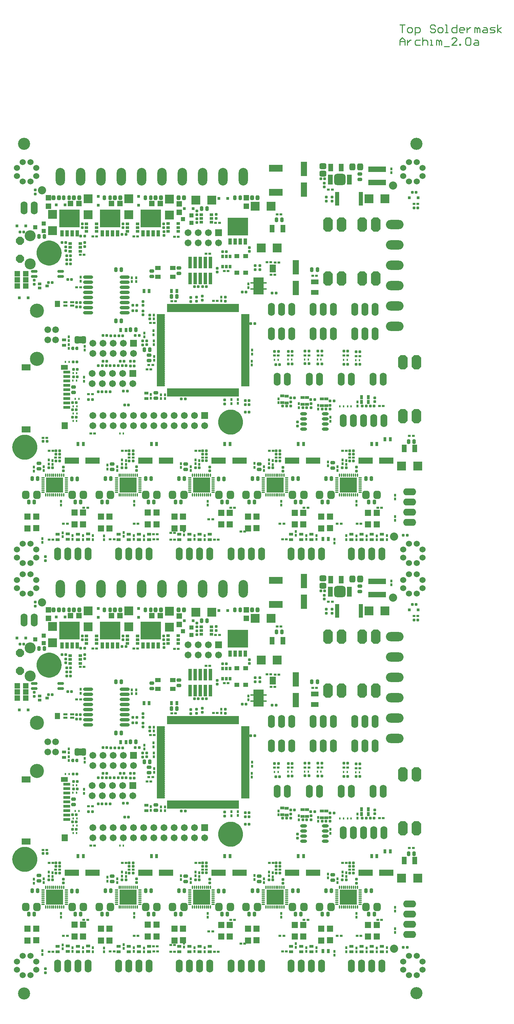
<source format=gts>
G04 Layer_Color=8388736*
%FSLAX25Y25*%
%MOIN*%
G70*
G01*
G75*
%ADD12C,0.01000*%
%ADD40C,0.06000*%
%ADD109C,0.03000*%
%ADD220C,0.12205*%
%ADD221R,0.10400X0.16800*%
%ADD222R,0.03543X0.07045*%
G04:AMPARAMS|DCode=223|XSize=118.74mil|YSize=118.74mil|CornerRadius=59.37mil|HoleSize=0mil|Usage=FLASHONLY|Rotation=90.000|XOffset=0mil|YOffset=0mil|HoleType=Round|Shape=RoundedRectangle|*
%AMROUNDEDRECTD223*
21,1,0.11874,0.00000,0,0,90.0*
21,1,0.00000,0.11874,0,0,90.0*
1,1,0.11874,0.00000,0.00000*
1,1,0.11874,0.00000,0.00000*
1,1,0.11874,0.00000,0.00000*
1,1,0.11874,0.00000,0.00000*
%
%ADD223ROUNDEDRECTD223*%
%ADD224R,0.08700X0.08700*%
%ADD225R,0.13400X0.07100*%
G04:AMPARAMS|DCode=226|XSize=113mil|YSize=113mil|CornerRadius=30.25mil|HoleSize=0mil|Usage=FLASHONLY|Rotation=0.000|XOffset=0mil|YOffset=0mil|HoleType=Round|Shape=RoundedRectangle|*
%AMROUNDEDRECTD226*
21,1,0.11300,0.05250,0,0,0.0*
21,1,0.05250,0.11300,0,0,0.0*
1,1,0.06050,0.02625,-0.02625*
1,1,0.06050,-0.02625,-0.02625*
1,1,0.06050,-0.02625,0.02625*
1,1,0.06050,0.02625,0.02625*
%
%ADD226ROUNDEDRECTD226*%
%ADD227R,0.04816X0.01965*%
%ADD228R,0.01581X0.01975*%
%ADD229R,0.09061X0.06305*%
%ADD230R,0.06699X0.05124*%
%ADD231R,0.05912X0.06699*%
%ADD232R,0.06699X0.03156*%
G04:AMPARAMS|DCode=233|XSize=26mil|YSize=28mil|CornerRadius=6.4mil|HoleSize=0mil|Usage=FLASHONLY|Rotation=180.000|XOffset=0mil|YOffset=0mil|HoleType=Round|Shape=RoundedRectangle|*
%AMROUNDEDRECTD233*
21,1,0.02600,0.01520,0,0,180.0*
21,1,0.01320,0.02800,0,0,180.0*
1,1,0.01280,-0.00660,0.00760*
1,1,0.01280,0.00660,0.00760*
1,1,0.01280,0.00660,-0.00760*
1,1,0.01280,-0.00660,-0.00760*
%
%ADD233ROUNDEDRECTD233*%
G04:AMPARAMS|DCode=234|XSize=26mil|YSize=28mil|CornerRadius=6.4mil|HoleSize=0mil|Usage=FLASHONLY|Rotation=270.000|XOffset=0mil|YOffset=0mil|HoleType=Round|Shape=RoundedRectangle|*
%AMROUNDEDRECTD234*
21,1,0.02600,0.01520,0,0,270.0*
21,1,0.01320,0.02800,0,0,270.0*
1,1,0.01280,-0.00760,-0.00660*
1,1,0.01280,-0.00760,0.00660*
1,1,0.01280,0.00760,0.00660*
1,1,0.01280,0.00760,-0.00660*
%
%ADD234ROUNDEDRECTD234*%
%ADD235R,0.02565X0.02368*%
%ADD236R,0.02368X0.02565*%
%ADD237R,0.03038X0.03865*%
G04:AMPARAMS|DCode=238|XSize=71mil|YSize=79mil|CornerRadius=19.75mil|HoleSize=0mil|Usage=FLASHONLY|Rotation=180.000|XOffset=0mil|YOffset=0mil|HoleType=Round|Shape=RoundedRectangle|*
%AMROUNDEDRECTD238*
21,1,0.07100,0.03950,0,0,180.0*
21,1,0.03150,0.07900,0,0,180.0*
1,1,0.03950,-0.01575,0.01975*
1,1,0.03950,0.01575,0.01975*
1,1,0.03950,0.01575,-0.01975*
1,1,0.03950,-0.01575,-0.01975*
%
%ADD238ROUNDEDRECTD238*%
%ADD239O,0.01384X0.03747*%
%ADD240O,0.03747X0.01384*%
%ADD241R,0.16542X0.14573*%
G04:AMPARAMS|DCode=242|XSize=33.13mil|YSize=43.37mil|CornerRadius=7.83mil|HoleSize=0mil|Usage=FLASHONLY|Rotation=0.000|XOffset=0mil|YOffset=0mil|HoleType=Round|Shape=RoundedRectangle|*
%AMROUNDEDRECTD242*
21,1,0.03313,0.02772,0,0,0.0*
21,1,0.01748,0.04337,0,0,0.0*
1,1,0.01565,0.00874,-0.01386*
1,1,0.01565,-0.00874,-0.01386*
1,1,0.01565,-0.00874,0.01386*
1,1,0.01565,0.00874,0.01386*
%
%ADD242ROUNDEDRECTD242*%
G04:AMPARAMS|DCode=243|XSize=33.13mil|YSize=43.37mil|CornerRadius=7.83mil|HoleSize=0mil|Usage=FLASHONLY|Rotation=90.000|XOffset=0mil|YOffset=0mil|HoleType=Round|Shape=RoundedRectangle|*
%AMROUNDEDRECTD243*
21,1,0.03313,0.02772,0,0,90.0*
21,1,0.01748,0.04337,0,0,90.0*
1,1,0.01565,0.01386,0.00874*
1,1,0.01565,0.01386,-0.00874*
1,1,0.01565,-0.01386,-0.00874*
1,1,0.01565,-0.01386,0.00874*
%
%ADD243ROUNDEDRECTD243*%
%ADD244R,0.14186X0.06312*%
%ADD245R,0.20500X0.17800*%
%ADD246R,0.03600X0.06400*%
G04:AMPARAMS|DCode=247|XSize=60mil|YSize=68mil|CornerRadius=17mil|HoleSize=0mil|Usage=FLASHONLY|Rotation=90.000|XOffset=0mil|YOffset=0mil|HoleType=Round|Shape=RoundedRectangle|*
%AMROUNDEDRECTD247*
21,1,0.06000,0.03400,0,0,90.0*
21,1,0.02600,0.06800,0,0,90.0*
1,1,0.03400,0.01700,0.01300*
1,1,0.03400,0.01700,-0.01300*
1,1,0.03400,-0.01700,-0.01300*
1,1,0.03400,-0.01700,0.01300*
%
%ADD247ROUNDEDRECTD247*%
G04:AMPARAMS|DCode=248|XSize=60mil|YSize=68mil|CornerRadius=17mil|HoleSize=0mil|Usage=FLASHONLY|Rotation=180.000|XOffset=0mil|YOffset=0mil|HoleType=Round|Shape=RoundedRectangle|*
%AMROUNDEDRECTD248*
21,1,0.06000,0.03400,0,0,180.0*
21,1,0.02600,0.06800,0,0,180.0*
1,1,0.03400,-0.01300,0.01700*
1,1,0.03400,0.01300,0.01700*
1,1,0.03400,0.01300,-0.01700*
1,1,0.03400,-0.01300,-0.01700*
%
%ADD248ROUNDEDRECTD248*%
%ADD249R,0.08700X0.08700*%
%ADD250R,0.05600X0.05600*%
%ADD251R,0.05600X0.05600*%
%ADD252R,0.05524X0.04343*%
%ADD253R,0.05918X0.06312*%
%ADD254R,0.02800X0.02800*%
%ADD255R,0.04400X0.04000*%
%ADD256R,0.02800X0.02800*%
%ADD257R,0.05131X0.07493*%
%ADD258R,0.07493X0.05131*%
%ADD259O,0.06706X0.03162*%
%ADD260R,0.06312X0.14186*%
G04:AMPARAMS|DCode=261|XSize=30mil|YSize=32mil|CornerRadius=8.4mil|HoleSize=0mil|Usage=FLASHONLY|Rotation=180.000|XOffset=0mil|YOffset=0mil|HoleType=Round|Shape=RoundedRectangle|*
%AMROUNDEDRECTD261*
21,1,0.03000,0.01520,0,0,180.0*
21,1,0.01320,0.03200,0,0,180.0*
1,1,0.01680,-0.00660,0.00760*
1,1,0.01680,0.00660,0.00760*
1,1,0.01680,0.00660,-0.00760*
1,1,0.01680,-0.00660,-0.00760*
%
%ADD261ROUNDEDRECTD261*%
%ADD262R,0.03753X0.11824*%
%ADD263R,0.04343X0.13792*%
%ADD264R,0.17532X0.05446*%
%ADD265R,0.06063X0.02520*%
%ADD266R,0.02126X0.02598*%
%ADD267O,0.01981X0.07887*%
%ADD268O,0.07887X0.01981*%
%ADD269O,0.09855X0.03162*%
G04:AMPARAMS|DCode=270|XSize=37.13mil|YSize=47.37mil|CornerRadius=9.83mil|HoleSize=0mil|Usage=FLASHONLY|Rotation=0.000|XOffset=0mil|YOffset=0mil|HoleType=Round|Shape=RoundedRectangle|*
%AMROUNDEDRECTD270*
21,1,0.03713,0.02772,0,0,0.0*
21,1,0.01748,0.04737,0,0,0.0*
1,1,0.01965,0.00874,-0.01386*
1,1,0.01965,-0.00874,-0.01386*
1,1,0.01965,-0.00874,0.01386*
1,1,0.01965,0.00874,0.01386*
%
%ADD270ROUNDEDRECTD270*%
G04:AMPARAMS|DCode=271|XSize=80mil|YSize=80mil|CornerRadius=40mil|HoleSize=0mil|Usage=FLASHONLY|Rotation=90.000|XOffset=0mil|YOffset=0mil|HoleType=Round|Shape=RoundedRectangle|*
%AMROUNDEDRECTD271*
21,1,0.08000,0.00000,0,0,90.0*
21,1,0.00000,0.08000,0,0,90.0*
1,1,0.08000,0.00000,0.00000*
1,1,0.08000,0.00000,0.00000*
1,1,0.08000,0.00000,0.00000*
1,1,0.08000,0.00000,0.00000*
%
%ADD271ROUNDEDRECTD271*%
G04:AMPARAMS|DCode=272|XSize=80mil|YSize=80mil|CornerRadius=40mil|HoleSize=0mil|Usage=FLASHONLY|Rotation=0.000|XOffset=0mil|YOffset=0mil|HoleType=Round|Shape=RoundedRectangle|*
%AMROUNDEDRECTD272*
21,1,0.08000,0.00000,0,0,0.0*
21,1,0.00000,0.08000,0,0,0.0*
1,1,0.08000,0.00000,0.00000*
1,1,0.08000,0.00000,0.00000*
1,1,0.08000,0.00000,0.00000*
1,1,0.08000,0.00000,0.00000*
%
%ADD272ROUNDEDRECTD272*%
%ADD273R,0.03747X0.02762*%
%ADD274R,0.02762X0.03747*%
%ADD275R,0.04737X0.04343*%
%ADD276R,0.03943X0.01975*%
%ADD277R,0.02080X0.01863*%
%ADD278O,0.01502X0.03550*%
%ADD279O,0.03550X0.01502*%
%ADD280R,0.08471X0.08471*%
%ADD281R,0.03865X0.03038*%
%ADD282R,0.03550X0.02565*%
%ADD283O,0.06509X0.02965*%
G04:AMPARAMS|DCode=284|XSize=54mil|YSize=71mil|CornerRadius=15.5mil|HoleSize=0mil|Usage=FLASHONLY|Rotation=180.000|XOffset=0mil|YOffset=0mil|HoleType=Round|Shape=RoundedRectangle|*
%AMROUNDEDRECTD284*
21,1,0.05400,0.04000,0,0,180.0*
21,1,0.02300,0.07100,0,0,180.0*
1,1,0.03100,-0.01150,0.02000*
1,1,0.03100,0.01150,0.02000*
1,1,0.03100,0.01150,-0.02000*
1,1,0.03100,-0.01150,-0.02000*
%
%ADD284ROUNDEDRECTD284*%
%ADD285R,0.03950X0.03162*%
%ADD286R,0.03162X0.03950*%
%ADD287C,0.00400*%
%ADD288R,0.06706X0.06706*%
%ADD289C,0.06706*%
%ADD290O,0.06800X0.12800*%
%ADD291O,0.17300X0.09050*%
%ADD292O,0.12800X0.06800*%
G04:AMPARAMS|DCode=293|XSize=141mil|YSize=91mil|CornerRadius=0mil|HoleSize=0mil|Usage=FLASHONLY|Rotation=270.000|XOffset=0mil|YOffset=0mil|HoleType=Round|Shape=Octagon|*
%AMOCTAGOND293*
4,1,8,-0.02275,-0.07050,0.02275,-0.07050,0.04550,-0.04775,0.04550,0.04775,0.02275,0.07050,-0.02275,0.07050,-0.04550,0.04775,-0.04550,-0.04775,-0.02275,-0.07050,0.0*
%
%ADD293OCTAGOND293*%

%ADD294O,0.09050X0.17300*%
%ADD295P,0.08443X8X292.5*%
%ADD296C,0.10800*%
%ADD297C,0.06600*%
%ADD298C,0.13850*%
%ADD299C,0.02600*%
%ADD300C,0.03300*%
G36*
X73027Y687782D02*
X68322D01*
X68323Y687782D01*
X68322D01*
Y693573D01*
X73027D01*
Y687782D01*
D02*
G37*
G36*
X249328Y690188D02*
X249344Y683661D01*
Y682696D01*
X178463D01*
Y690574D01*
X249328D01*
Y690188D01*
D02*
G37*
G36*
X176302Y609673D02*
X168424D01*
Y680539D01*
X168809D01*
X175337Y680554D01*
X176302D01*
Y609673D01*
D02*
G37*
G36*
X259364Y609669D02*
X258978D01*
X252451Y609653D01*
X251486D01*
Y680535D01*
X259364D01*
Y609669D01*
D02*
G37*
G36*
X249325Y599634D02*
X178459D01*
Y600020D01*
X178443Y606547D01*
Y607512D01*
X249325D01*
Y599634D01*
D02*
G37*
G36*
X73027Y282782D02*
X68322D01*
X68323Y282782D01*
X68322D01*
Y288573D01*
X73027D01*
Y282782D01*
D02*
G37*
G36*
X249328Y285188D02*
X249344Y278661D01*
Y277696D01*
X178463D01*
Y285574D01*
X249328D01*
Y285188D01*
D02*
G37*
G36*
X176302Y204673D02*
X168424D01*
Y275539D01*
X168809D01*
X175337Y275554D01*
X176302D01*
Y204673D01*
D02*
G37*
G36*
X259364Y204669D02*
X258978D01*
X252451Y204653D01*
X251486D01*
Y275535D01*
X259364D01*
Y204669D01*
D02*
G37*
G36*
X249325Y194634D02*
X178459D01*
Y195020D01*
X178443Y201547D01*
Y202512D01*
X249325D01*
Y194634D01*
D02*
G37*
G54D12*
X407369Y964837D02*
X412368D01*
X409869D01*
Y957340D01*
X416117D02*
X418616D01*
X419865Y958589D01*
Y961089D01*
X418616Y962338D01*
X416117D01*
X414867Y961089D01*
Y958589D01*
X416117Y957340D01*
X422365Y954841D02*
Y962338D01*
X426113D01*
X427363Y961089D01*
Y958589D01*
X426113Y957340D01*
X422365D01*
X442358Y963588D02*
X441109Y964837D01*
X438609D01*
X437360Y963588D01*
Y962338D01*
X438609Y961089D01*
X441109D01*
X442358Y959839D01*
Y958589D01*
X441109Y957340D01*
X438609D01*
X437360Y958589D01*
X446107Y957340D02*
X448606D01*
X449856Y958589D01*
Y961089D01*
X448606Y962338D01*
X446107D01*
X444857Y961089D01*
Y958589D01*
X446107Y957340D01*
X452355D02*
X454854D01*
X453605D01*
Y964837D01*
X452355D01*
X463601D02*
Y957340D01*
X459853D01*
X458603Y958589D01*
Y961089D01*
X459853Y962338D01*
X463601D01*
X469849Y957340D02*
X467350D01*
X466101Y958589D01*
Y961089D01*
X467350Y962338D01*
X469849D01*
X471099Y961089D01*
Y959839D01*
X466101D01*
X473598Y962338D02*
Y957340D01*
Y959839D01*
X474848Y961089D01*
X476097Y962338D01*
X477347D01*
X481096Y957340D02*
Y962338D01*
X482345D01*
X483595Y961089D01*
Y957340D01*
Y961089D01*
X484844Y962338D01*
X486094Y961089D01*
Y957340D01*
X489843Y962338D02*
X492342D01*
X493592Y961089D01*
Y957340D01*
X489843D01*
X488593Y958589D01*
X489843Y959839D01*
X493592D01*
X496091Y957340D02*
X499840D01*
X501089Y958589D01*
X499840Y959839D01*
X497340D01*
X496091Y961089D01*
X497340Y962338D01*
X501089D01*
X503588Y957340D02*
Y964837D01*
Y959839D02*
X507337Y962338D01*
X503588Y959839D02*
X507337Y957340D01*
X407369Y944840D02*
Y949838D01*
X409869Y952337D01*
X412368Y949838D01*
Y944840D01*
Y948589D01*
X407369D01*
X414867Y949838D02*
Y944840D01*
Y947339D01*
X416117Y948589D01*
X417366Y949838D01*
X418616D01*
X427363D02*
X423614D01*
X422365Y948589D01*
Y946089D01*
X423614Y944840D01*
X427363D01*
X429862Y952337D02*
Y944840D01*
Y948589D01*
X431112Y949838D01*
X433611D01*
X434861Y948589D01*
Y944840D01*
X437360D02*
X439859D01*
X438609D01*
Y949838D01*
X437360D01*
X443608Y944840D02*
Y949838D01*
X444857D01*
X446107Y948589D01*
Y944840D01*
Y948589D01*
X447357Y949838D01*
X448606Y948589D01*
Y944840D01*
X451105Y943590D02*
X456104D01*
X463601Y944840D02*
X458603D01*
X463601Y949838D01*
Y951088D01*
X462352Y952337D01*
X459853D01*
X458603Y951088D01*
X466101Y944840D02*
Y946089D01*
X467350D01*
Y944840D01*
X466101D01*
X472348Y951088D02*
X473598Y952337D01*
X476097D01*
X477347Y951088D01*
Y946089D01*
X476097Y944840D01*
X473598D01*
X472348Y946089D01*
Y951088D01*
X481096Y949838D02*
X483595D01*
X484844Y948589D01*
Y944840D01*
X481096D01*
X479846Y946089D01*
X481096Y947339D01*
X484844D01*
G54D40*
X429843Y36457D02*
D03*
Y44331D02*
D03*
X424331Y49843D02*
D03*
X416457D02*
D03*
X410945Y44331D02*
D03*
Y36457D02*
D03*
X416457Y30945D02*
D03*
X424331D02*
D03*
X49843Y36457D02*
D03*
Y44331D02*
D03*
X44331Y49843D02*
D03*
X36457D02*
D03*
X30945Y44331D02*
D03*
Y36457D02*
D03*
X36457Y30945D02*
D03*
X44331D02*
D03*
X429843Y411457D02*
D03*
Y419331D02*
D03*
X424331Y424843D02*
D03*
X416457D02*
D03*
X410945Y419331D02*
D03*
Y411457D02*
D03*
X416457Y405945D02*
D03*
X424331D02*
D03*
X49843Y411457D02*
D03*
Y419331D02*
D03*
X44331Y424843D02*
D03*
X36457D02*
D03*
X30945Y419331D02*
D03*
Y411457D02*
D03*
X36457Y405945D02*
D03*
X44331D02*
D03*
X429843Y441457D02*
D03*
Y449331D02*
D03*
X424331Y454843D02*
D03*
X416457D02*
D03*
X410945Y449331D02*
D03*
Y441457D02*
D03*
X416457Y435945D02*
D03*
X424331D02*
D03*
X49843Y441457D02*
D03*
Y449331D02*
D03*
X44331Y454843D02*
D03*
X36457D02*
D03*
X30945Y449331D02*
D03*
Y441457D02*
D03*
X36457Y435945D02*
D03*
X44331D02*
D03*
X429843Y816457D02*
D03*
Y824331D02*
D03*
X424331Y829842D02*
D03*
X416457D02*
D03*
X410945Y824331D02*
D03*
Y816457D02*
D03*
X416457Y810945D02*
D03*
X424331D02*
D03*
X49843Y816457D02*
D03*
Y824331D02*
D03*
X44331Y829842D02*
D03*
X36457D02*
D03*
X30945Y824331D02*
D03*
Y816457D02*
D03*
X36457Y810945D02*
D03*
X44331D02*
D03*
G54D109*
X205970Y107658D02*
D03*
Y111988D02*
D03*
X210301Y103327D02*
D03*
Y107658D02*
D03*
Y111988D02*
D03*
X214632Y103327D02*
D03*
Y107658D02*
D03*
Y111988D02*
D03*
X218962Y103327D02*
D03*
Y107658D02*
D03*
Y111988D02*
D03*
X205970Y103327D02*
D03*
X133726Y107658D02*
D03*
Y111988D02*
D03*
X138057Y103327D02*
D03*
Y107658D02*
D03*
Y111988D02*
D03*
X142387Y103327D02*
D03*
Y107658D02*
D03*
Y111988D02*
D03*
X146718Y103327D02*
D03*
Y107658D02*
D03*
Y111988D02*
D03*
X133726Y103327D02*
D03*
X61482Y107658D02*
D03*
Y111988D02*
D03*
X65813Y103327D02*
D03*
Y107658D02*
D03*
Y111988D02*
D03*
X70143Y103327D02*
D03*
Y107658D02*
D03*
Y111988D02*
D03*
X74474Y103327D02*
D03*
Y107658D02*
D03*
Y111988D02*
D03*
X61482Y103327D02*
D03*
X350458Y107658D02*
D03*
Y111988D02*
D03*
X354789Y103327D02*
D03*
Y107658D02*
D03*
Y111988D02*
D03*
X359120Y103327D02*
D03*
Y107658D02*
D03*
Y111988D02*
D03*
X363450Y103327D02*
D03*
Y107658D02*
D03*
Y111988D02*
D03*
X350458Y103327D02*
D03*
X278214Y107658D02*
D03*
Y111988D02*
D03*
X282545Y103327D02*
D03*
Y107658D02*
D03*
Y111988D02*
D03*
X286876Y103327D02*
D03*
Y107658D02*
D03*
Y111988D02*
D03*
X291206Y103327D02*
D03*
Y107658D02*
D03*
Y111988D02*
D03*
X278214Y103327D02*
D03*
X205970Y512658D02*
D03*
Y516988D02*
D03*
X210301Y508327D02*
D03*
Y512658D02*
D03*
Y516988D02*
D03*
X214632Y508327D02*
D03*
Y512658D02*
D03*
Y516988D02*
D03*
X218962Y508327D02*
D03*
Y512658D02*
D03*
Y516988D02*
D03*
X205970Y508327D02*
D03*
X133726Y512658D02*
D03*
Y516988D02*
D03*
X138057Y508327D02*
D03*
Y512658D02*
D03*
Y516988D02*
D03*
X142387Y508327D02*
D03*
Y512658D02*
D03*
Y516988D02*
D03*
X146718Y508327D02*
D03*
Y512658D02*
D03*
Y516988D02*
D03*
X133726Y508327D02*
D03*
X61482Y512658D02*
D03*
Y516988D02*
D03*
X65813Y508327D02*
D03*
Y512658D02*
D03*
Y516988D02*
D03*
X70143Y508327D02*
D03*
Y512658D02*
D03*
Y516988D02*
D03*
X74474Y508327D02*
D03*
Y512658D02*
D03*
Y516988D02*
D03*
X61482Y508327D02*
D03*
X350458Y512658D02*
D03*
Y516988D02*
D03*
X354789Y508327D02*
D03*
Y512658D02*
D03*
Y516988D02*
D03*
X359120Y508327D02*
D03*
Y512658D02*
D03*
Y516988D02*
D03*
X363450Y508327D02*
D03*
Y512658D02*
D03*
Y516988D02*
D03*
X350458Y508327D02*
D03*
X278214Y512658D02*
D03*
Y516988D02*
D03*
X282545Y508327D02*
D03*
Y512658D02*
D03*
Y516988D02*
D03*
X286876Y508327D02*
D03*
Y512658D02*
D03*
Y516988D02*
D03*
X291206Y508327D02*
D03*
Y512658D02*
D03*
Y516988D02*
D03*
X278214Y508327D02*
D03*
G54D220*
X44540Y144959D02*
X44457Y145964D01*
X44209Y146941D01*
X43804Y147864D01*
X43253Y148707D01*
X42570Y149449D01*
X41775Y150068D01*
X40889Y150548D01*
X39935Y150875D01*
X38941Y151041D01*
X37934D01*
X36939Y150875D01*
X35986Y150548D01*
X35100Y150068D01*
X34304Y149449D01*
X33622Y148707D01*
X33071Y147864D01*
X32666Y146941D01*
X32418Y145964D01*
X32335Y144959D01*
X32418Y143955D01*
X32666Y142978D01*
X33071Y142055D01*
X33622Y141211D01*
X34304Y140470D01*
X35100Y139851D01*
X35986Y139371D01*
X36939Y139044D01*
X37934Y138878D01*
X38941D01*
X39935Y139044D01*
X40889Y139371D01*
X41775Y139851D01*
X42570Y140470D01*
X43253Y141211D01*
X43804Y142055D01*
X44209Y142978D01*
X44457Y143955D01*
X44540Y144959D01*
X68396Y335894D02*
X68313Y336898D01*
X68065Y337875D01*
X67661Y338798D01*
X67109Y339642D01*
X66427Y340383D01*
X65631Y341002D01*
X64745Y341482D01*
X63792Y341809D01*
X62798Y341975D01*
X61790D01*
X60796Y341809D01*
X59842Y341482D01*
X58956Y341002D01*
X58161Y340383D01*
X57478Y339642D01*
X56927Y338798D01*
X56522Y337875D01*
X56275Y336898D01*
X56191Y335894D01*
X56275Y334889D01*
X56522Y333912D01*
X56927Y332989D01*
X57478Y332146D01*
X58161Y331404D01*
X58956Y330785D01*
X59842Y330305D01*
X60796Y329978D01*
X61790Y329812D01*
X62798D01*
X63792Y329978D01*
X64745Y330305D01*
X65631Y330785D01*
X66427Y331404D01*
X67109Y332146D01*
X67661Y332989D01*
X68065Y333912D01*
X68313Y334889D01*
X68396Y335894D01*
X246996Y169694D02*
X246913Y170698D01*
X246665Y171675D01*
X246261Y172598D01*
X245709Y173442D01*
X245027Y174183D01*
X244231Y174802D01*
X243345Y175282D01*
X242392Y175609D01*
X241398Y175775D01*
X240390D01*
X239396Y175609D01*
X238442Y175282D01*
X237556Y174802D01*
X236761Y174183D01*
X236078Y173442D01*
X235527Y172598D01*
X235122Y171675D01*
X234875Y170698D01*
X234791Y169694D01*
X234875Y168689D01*
X235122Y167712D01*
X235527Y166789D01*
X236078Y165946D01*
X236761Y165204D01*
X237556Y164585D01*
X238442Y164105D01*
X239396Y163778D01*
X240390Y163612D01*
X241398D01*
X242392Y163778D01*
X243345Y164105D01*
X244231Y164585D01*
X245027Y165204D01*
X245709Y165946D01*
X246261Y166789D01*
X246665Y167712D01*
X246913Y168689D01*
X246996Y169694D01*
X44540Y549959D02*
X44457Y550964D01*
X44209Y551941D01*
X43804Y552864D01*
X43253Y553707D01*
X42570Y554449D01*
X41775Y555068D01*
X40889Y555548D01*
X39935Y555875D01*
X38941Y556041D01*
X37934D01*
X36939Y555875D01*
X35986Y555548D01*
X35100Y555068D01*
X34304Y554449D01*
X33622Y553707D01*
X33071Y552864D01*
X32666Y551941D01*
X32418Y550964D01*
X32335Y549959D01*
X32418Y548955D01*
X32666Y547978D01*
X33071Y547055D01*
X33622Y546211D01*
X34304Y545470D01*
X35100Y544851D01*
X35986Y544371D01*
X36939Y544044D01*
X37934Y543878D01*
X38941D01*
X39935Y544044D01*
X40889Y544371D01*
X41775Y544851D01*
X42570Y545470D01*
X43253Y546211D01*
X43804Y547055D01*
X44209Y547978D01*
X44457Y548955D01*
X44540Y549959D01*
X68396Y740894D02*
X68313Y741898D01*
X68065Y742875D01*
X67661Y743798D01*
X67109Y744642D01*
X66427Y745383D01*
X65631Y746002D01*
X64745Y746482D01*
X63792Y746809D01*
X62798Y746975D01*
X61790D01*
X60796Y746809D01*
X59842Y746482D01*
X58956Y746002D01*
X58161Y745383D01*
X57478Y744642D01*
X56927Y743798D01*
X56522Y742875D01*
X56275Y741898D01*
X56191Y740894D01*
X56275Y739889D01*
X56522Y738912D01*
X56927Y737989D01*
X57478Y737146D01*
X58161Y736404D01*
X58956Y735785D01*
X59842Y735305D01*
X60796Y734978D01*
X61790Y734812D01*
X62798D01*
X63792Y734978D01*
X64745Y735305D01*
X65631Y735785D01*
X66427Y736404D01*
X67109Y737146D01*
X67661Y737989D01*
X68065Y738912D01*
X68313Y739889D01*
X68396Y740894D01*
X246996Y574694D02*
X246913Y575698D01*
X246665Y576675D01*
X246261Y577598D01*
X245709Y578442D01*
X245027Y579183D01*
X244231Y579802D01*
X243345Y580282D01*
X242392Y580609D01*
X241398Y580775D01*
X240390D01*
X239396Y580609D01*
X238442Y580282D01*
X237556Y579802D01*
X236761Y579183D01*
X236078Y578442D01*
X235527Y577598D01*
X235122Y576675D01*
X234875Y575698D01*
X234791Y574694D01*
X234875Y573689D01*
X235122Y572712D01*
X235527Y571789D01*
X236078Y570946D01*
X236761Y570204D01*
X237556Y569585D01*
X238442Y569105D01*
X239396Y568778D01*
X240390Y568612D01*
X241398D01*
X242392Y568778D01*
X243345Y569105D01*
X244231Y569585D01*
X245027Y570204D01*
X245709Y570946D01*
X246261Y571789D01*
X246665Y572712D01*
X246913Y573689D01*
X246996Y574694D01*
G54D221*
X268502Y303445D02*
D03*
Y708445D02*
D03*
G54D222*
X93392Y250316D02*
D03*
Y655316D02*
D03*
G54D223*
X37894Y12894D02*
D03*
X423780Y13189D02*
D03*
Y847974D02*
D03*
X37894D02*
D03*
G54D224*
X409252Y126378D02*
D03*
X425026D02*
D03*
X287008Y340650D02*
D03*
X271234D02*
D03*
X222568Y387794D02*
D03*
X206794D02*
D03*
X392899Y388936D02*
D03*
X377125D02*
D03*
X280868Y381694D02*
D03*
X265094D02*
D03*
X409252Y531378D02*
D03*
X425026D02*
D03*
X287008Y745650D02*
D03*
X271234D02*
D03*
X222568Y792794D02*
D03*
X206794D02*
D03*
X392899Y793936D02*
D03*
X377125D02*
D03*
X280868Y786694D02*
D03*
X265094D02*
D03*
G54D225*
X285433Y419085D02*
D03*
Y395374D02*
D03*
Y824085D02*
D03*
Y800374D02*
D03*
G54D226*
X348525Y407836D02*
D03*
Y812836D02*
D03*
G54D227*
X339076Y411773D02*
D03*
Y409805D02*
D03*
Y407836D02*
D03*
Y405868D02*
D03*
Y403899D02*
D03*
X357974Y411773D02*
D03*
Y409805D02*
D03*
Y407836D02*
D03*
Y405868D02*
D03*
Y403899D02*
D03*
X339076Y816773D02*
D03*
Y814805D02*
D03*
Y812836D02*
D03*
Y810868D02*
D03*
Y808899D02*
D03*
X357974Y816773D02*
D03*
Y814805D02*
D03*
Y812836D02*
D03*
Y810868D02*
D03*
Y808899D02*
D03*
G54D228*
X89665Y217618D02*
D03*
X86122D02*
D03*
X82087Y228740D02*
D03*
X78543D02*
D03*
X356122Y184894D02*
D03*
X359665D02*
D03*
X348622D02*
D03*
X352165D02*
D03*
X132122Y158194D02*
D03*
X135665D02*
D03*
X367881Y230453D02*
D03*
X364337D02*
D03*
X86221Y177854D02*
D03*
X89764D02*
D03*
X89764Y185138D02*
D03*
X86221D02*
D03*
X86122Y170571D02*
D03*
X89665D02*
D03*
X91831Y192421D02*
D03*
X88287D02*
D03*
X85827Y210335D02*
D03*
X89370D02*
D03*
X284341Y230510D02*
D03*
X287885D02*
D03*
X301068Y230890D02*
D03*
X297525D02*
D03*
X352165Y230763D02*
D03*
X355709D02*
D03*
X330012Y231017D02*
D03*
X326468D02*
D03*
X313961Y231117D02*
D03*
X317504D02*
D03*
X89665Y622618D02*
D03*
X86122D02*
D03*
X82087Y633740D02*
D03*
X78543D02*
D03*
X356122Y589894D02*
D03*
X359665D02*
D03*
X348622D02*
D03*
X352165D02*
D03*
X132122Y563194D02*
D03*
X135665D02*
D03*
X367881Y635453D02*
D03*
X364337D02*
D03*
X86221Y582854D02*
D03*
X89764D02*
D03*
X89764Y590138D02*
D03*
X86221D02*
D03*
X86122Y575571D02*
D03*
X89665D02*
D03*
X91831Y597421D02*
D03*
X88287D02*
D03*
X85827Y615335D02*
D03*
X89370D02*
D03*
X284341Y635510D02*
D03*
X287885D02*
D03*
X301068Y635890D02*
D03*
X297525D02*
D03*
X352165Y635763D02*
D03*
X355709D02*
D03*
X330012Y636017D02*
D03*
X326468D02*
D03*
X313961Y636117D02*
D03*
X317504D02*
D03*
G54D229*
X39961Y162205D02*
D03*
Y223228D02*
D03*
Y567205D02*
D03*
Y628228D02*
D03*
G54D230*
X77362Y223228D02*
D03*
Y628228D02*
D03*
G54D231*
X77756Y166142D02*
D03*
Y571142D02*
D03*
G54D232*
X79724Y192717D02*
D03*
Y188386D02*
D03*
Y184055D02*
D03*
Y197047D02*
D03*
Y201378D02*
D03*
Y205709D02*
D03*
Y210039D02*
D03*
Y214370D02*
D03*
Y218701D02*
D03*
Y597717D02*
D03*
Y593386D02*
D03*
Y589055D02*
D03*
Y602047D02*
D03*
Y606378D02*
D03*
Y610709D02*
D03*
Y615039D02*
D03*
Y619370D02*
D03*
Y623701D02*
D03*
G54D233*
X80707Y309658D02*
D03*
X84497D02*
D03*
X65550Y306808D02*
D03*
X61760D02*
D03*
X105099Y191671D02*
D03*
X101310D02*
D03*
X210320Y124567D02*
D03*
X206531D02*
D03*
X217353Y131496D02*
D03*
X213563D02*
D03*
Y138091D02*
D03*
X217353D02*
D03*
X138110Y124606D02*
D03*
X134320D02*
D03*
X145109Y131398D02*
D03*
X141319D02*
D03*
Y138091D02*
D03*
X145109D02*
D03*
X69075Y131398D02*
D03*
X72865D02*
D03*
X354809Y124567D02*
D03*
X351019D02*
D03*
X382223Y185432D02*
D03*
X378433D02*
D03*
X370572Y185424D02*
D03*
X374361D02*
D03*
X334857Y182347D02*
D03*
X331067D02*
D03*
X338914Y190163D02*
D03*
X342704D02*
D03*
X312131Y183782D02*
D03*
X315921D02*
D03*
X323723Y191592D02*
D03*
X319933D02*
D03*
X364523Y226442D02*
D03*
X368313D02*
D03*
X368335Y238610D02*
D03*
X364545D02*
D03*
X278775Y124567D02*
D03*
X282565D02*
D03*
X285807Y131398D02*
D03*
X289597D02*
D03*
Y138091D02*
D03*
X285807D02*
D03*
X289587Y141437D02*
D03*
X285797D02*
D03*
X292294Y185394D02*
D03*
X296083D02*
D03*
X205563Y302555D02*
D03*
X209353D02*
D03*
X217165Y302647D02*
D03*
X213375D02*
D03*
X284264Y238948D02*
D03*
X288054D02*
D03*
X72854Y141437D02*
D03*
X69065D02*
D03*
X89991Y228543D02*
D03*
X86201D02*
D03*
X56575Y150689D02*
D03*
X60365D02*
D03*
X141309Y141437D02*
D03*
X145098D02*
D03*
X217343D02*
D03*
X213553D02*
D03*
X72865Y138091D02*
D03*
X69075D02*
D03*
X65866Y124606D02*
D03*
X62076D02*
D03*
X318101Y226908D02*
D03*
X314311D02*
D03*
X326991Y226754D02*
D03*
X330781D02*
D03*
X356297Y226439D02*
D03*
X352508D02*
D03*
X78883Y345994D02*
D03*
X75094D02*
D03*
X289257Y225996D02*
D03*
X285467D02*
D03*
X297820Y239153D02*
D03*
X301610D02*
D03*
X301589Y226575D02*
D03*
X297799D02*
D03*
X285748Y296358D02*
D03*
X281958D02*
D03*
X236894Y336994D02*
D03*
X233104D02*
D03*
X148684Y278894D02*
D03*
X144894D02*
D03*
X144994Y284394D02*
D03*
X148784D02*
D03*
X93283Y287094D02*
D03*
X89494D02*
D03*
X89494Y282694D02*
D03*
X93283D02*
D03*
X79737Y333084D02*
D03*
X83526D02*
D03*
X333515Y408736D02*
D03*
X329725D02*
D03*
X97387Y352486D02*
D03*
X93597D02*
D03*
X134235Y353949D02*
D03*
X138025D02*
D03*
X83499Y329094D02*
D03*
X79709D02*
D03*
X79708Y324988D02*
D03*
X83498D02*
D03*
X330806Y239222D02*
D03*
X327016D02*
D03*
X85512Y181496D02*
D03*
X89302D02*
D03*
X89321Y174213D02*
D03*
X85532D02*
D03*
X89291Y188779D02*
D03*
X85502D02*
D03*
X86486Y213976D02*
D03*
X90276D02*
D03*
Y221260D02*
D03*
X86486D02*
D03*
X136840Y186447D02*
D03*
X140630D02*
D03*
X256351Y297177D02*
D03*
X252561D02*
D03*
X300204Y193294D02*
D03*
X303994D02*
D03*
X318113Y239282D02*
D03*
X314323D02*
D03*
X421555Y380060D02*
D03*
X425345D02*
D03*
X414694Y58194D02*
D03*
X410904D02*
D03*
X419862Y395457D02*
D03*
X423652D02*
D03*
X37594Y356494D02*
D03*
X33804D02*
D03*
X259178Y179340D02*
D03*
X255389D02*
D03*
X259207Y190793D02*
D03*
X255418D02*
D03*
X259198Y186819D02*
D03*
X255409D02*
D03*
X358051Y138091D02*
D03*
X361841D02*
D03*
X196441Y192407D02*
D03*
X192652D02*
D03*
X264719Y266224D02*
D03*
X260929D02*
D03*
X151031Y254548D02*
D03*
X147242D02*
D03*
X131161Y254454D02*
D03*
X134951D02*
D03*
X146194Y229194D02*
D03*
X142404D02*
D03*
X123319Y254453D02*
D03*
X127109D02*
D03*
X136301Y229362D02*
D03*
X132511D02*
D03*
X119302Y254541D02*
D03*
X115512D02*
D03*
X119287Y229347D02*
D03*
X115498D02*
D03*
X142372Y224824D02*
D03*
X146161D02*
D03*
X135635Y199936D02*
D03*
X139425D02*
D03*
X126647Y224916D02*
D03*
X130437D02*
D03*
X118838Y225028D02*
D03*
X122628D02*
D03*
X138284Y224994D02*
D03*
X134494D02*
D03*
X118671Y199457D02*
D03*
X122460D02*
D03*
X111003Y225003D02*
D03*
X114793D02*
D03*
X110788Y199489D02*
D03*
X114577D02*
D03*
X358041Y141437D02*
D03*
X361831D02*
D03*
X358051Y131398D02*
D03*
X361841D02*
D03*
X356336Y239216D02*
D03*
X352546D02*
D03*
X80707Y714657D02*
D03*
X84497D02*
D03*
X65550Y711808D02*
D03*
X61760D02*
D03*
X105099Y596671D02*
D03*
X101310D02*
D03*
X210320Y529567D02*
D03*
X206531D02*
D03*
X217353Y536496D02*
D03*
X213563D02*
D03*
Y543090D02*
D03*
X217353D02*
D03*
X138110Y529606D02*
D03*
X134320D02*
D03*
X145109Y536398D02*
D03*
X141319D02*
D03*
Y543090D02*
D03*
X145109D02*
D03*
X69075Y536398D02*
D03*
X72865D02*
D03*
X354809Y529567D02*
D03*
X351019D02*
D03*
X382223Y590432D02*
D03*
X378433D02*
D03*
X370572Y590424D02*
D03*
X374361D02*
D03*
X334857Y587347D02*
D03*
X331067D02*
D03*
X338914Y595163D02*
D03*
X342704D02*
D03*
X312131Y588782D02*
D03*
X315921D02*
D03*
X323723Y596592D02*
D03*
X319933D02*
D03*
X364523Y631442D02*
D03*
X368313D02*
D03*
X368335Y643610D02*
D03*
X364545D02*
D03*
X278775Y529567D02*
D03*
X282565D02*
D03*
X285807Y536398D02*
D03*
X289597D02*
D03*
Y543090D02*
D03*
X285807D02*
D03*
X289587Y546437D02*
D03*
X285797D02*
D03*
X292294Y590394D02*
D03*
X296083D02*
D03*
X205563Y707555D02*
D03*
X209353D02*
D03*
X217165Y707648D02*
D03*
X213375D02*
D03*
X284264Y643948D02*
D03*
X288054D02*
D03*
X72854Y546437D02*
D03*
X69065D02*
D03*
X89991Y633543D02*
D03*
X86201D02*
D03*
X56575Y555689D02*
D03*
X60365D02*
D03*
X141309Y546437D02*
D03*
X145098D02*
D03*
X217343D02*
D03*
X213553D02*
D03*
X72865Y543090D02*
D03*
X69075D02*
D03*
X65866Y529606D02*
D03*
X62076D02*
D03*
X318101Y631908D02*
D03*
X314311D02*
D03*
X326991Y631754D02*
D03*
X330781D02*
D03*
X356297Y631439D02*
D03*
X352508D02*
D03*
X78883Y750994D02*
D03*
X75094D02*
D03*
X289257Y630996D02*
D03*
X285467D02*
D03*
X297820Y644153D02*
D03*
X301610D02*
D03*
X301589Y631575D02*
D03*
X297799D02*
D03*
X285748Y701358D02*
D03*
X281958D02*
D03*
X236894Y741994D02*
D03*
X233104D02*
D03*
X148684Y683894D02*
D03*
X144894D02*
D03*
X144994Y689394D02*
D03*
X148784D02*
D03*
X93283Y692094D02*
D03*
X89494D02*
D03*
X89494Y687694D02*
D03*
X93283D02*
D03*
X79737Y738084D02*
D03*
X83526D02*
D03*
X333515Y813736D02*
D03*
X329725D02*
D03*
X97387Y757486D02*
D03*
X93597D02*
D03*
X134235Y758949D02*
D03*
X138025D02*
D03*
X83499Y734094D02*
D03*
X79709D02*
D03*
X79708Y729988D02*
D03*
X83498D02*
D03*
X330806Y644222D02*
D03*
X327016D02*
D03*
X85512Y586496D02*
D03*
X89302D02*
D03*
X89321Y579213D02*
D03*
X85532D02*
D03*
X89291Y593780D02*
D03*
X85502D02*
D03*
X86486Y618976D02*
D03*
X90276D02*
D03*
Y626260D02*
D03*
X86486D02*
D03*
X136840Y591447D02*
D03*
X140630D02*
D03*
X256351Y702177D02*
D03*
X252561D02*
D03*
X300204Y598294D02*
D03*
X303994D02*
D03*
X318113Y644281D02*
D03*
X314323D02*
D03*
X421555Y785059D02*
D03*
X425345D02*
D03*
X414694Y463194D02*
D03*
X410904D02*
D03*
X419862Y800457D02*
D03*
X423652D02*
D03*
X37594Y761494D02*
D03*
X33804D02*
D03*
X259178Y584340D02*
D03*
X255389D02*
D03*
X259207Y595793D02*
D03*
X255418D02*
D03*
X259198Y591819D02*
D03*
X255409D02*
D03*
X358051Y543090D02*
D03*
X361841D02*
D03*
X196441Y597407D02*
D03*
X192652D02*
D03*
X264719Y671224D02*
D03*
X260929D02*
D03*
X151031Y659548D02*
D03*
X147242D02*
D03*
X131161Y659454D02*
D03*
X134951D02*
D03*
X146194Y634194D02*
D03*
X142404D02*
D03*
X123319Y659453D02*
D03*
X127109D02*
D03*
X136301Y634362D02*
D03*
X132511D02*
D03*
X119302Y659541D02*
D03*
X115512D02*
D03*
X119287Y634347D02*
D03*
X115498D02*
D03*
X142372Y629824D02*
D03*
X146161D02*
D03*
X135635Y604936D02*
D03*
X139425D02*
D03*
X126647Y629916D02*
D03*
X130437D02*
D03*
X118838Y630028D02*
D03*
X122628D02*
D03*
X138284Y629994D02*
D03*
X134494D02*
D03*
X118671Y604457D02*
D03*
X122460D02*
D03*
X111003Y630003D02*
D03*
X114793D02*
D03*
X110788Y604489D02*
D03*
X114577D02*
D03*
X358041Y546437D02*
D03*
X361831D02*
D03*
X358051Y536398D02*
D03*
X361841D02*
D03*
X356336Y644216D02*
D03*
X352546D02*
D03*
G54D234*
X47961Y308862D02*
D03*
Y305072D02*
D03*
X220472Y125345D02*
D03*
Y121555D02*
D03*
X148425Y125620D02*
D03*
Y121831D02*
D03*
X76378Y125424D02*
D03*
Y121634D02*
D03*
X364961Y125227D02*
D03*
Y121437D02*
D03*
X382918Y193394D02*
D03*
Y189604D02*
D03*
X339003Y182356D02*
D03*
Y186146D02*
D03*
X292520Y121339D02*
D03*
Y125128D02*
D03*
X300294Y189183D02*
D03*
Y185394D02*
D03*
X201694Y288094D02*
D03*
Y291883D02*
D03*
X227846Y320748D02*
D03*
Y316958D02*
D03*
X306794Y169594D02*
D03*
Y165804D02*
D03*
X269783Y323248D02*
D03*
Y319458D02*
D03*
X259494Y341094D02*
D03*
Y337304D02*
D03*
X175294Y364384D02*
D03*
Y360594D02*
D03*
X135295Y360600D02*
D03*
Y364390D02*
D03*
X226794Y369794D02*
D03*
Y373584D02*
D03*
X207894Y369294D02*
D03*
Y365504D02*
D03*
X207794Y377083D02*
D03*
Y373294D02*
D03*
X175394Y356794D02*
D03*
Y353004D02*
D03*
X265256Y323248D02*
D03*
Y319458D02*
D03*
X78994Y338004D02*
D03*
Y341794D02*
D03*
X97494Y342094D02*
D03*
Y345883D02*
D03*
X154894Y275004D02*
D03*
Y278794D02*
D03*
X158494Y249294D02*
D03*
Y245504D02*
D03*
X154894Y288084D02*
D03*
Y284294D02*
D03*
X161394Y270994D02*
D03*
Y274783D02*
D03*
X333194Y404484D02*
D03*
Y400694D02*
D03*
X340725Y390593D02*
D03*
Y386803D02*
D03*
X335194Y386794D02*
D03*
Y390583D02*
D03*
X95194Y360507D02*
D03*
Y364297D02*
D03*
X235899Y292285D02*
D03*
Y288495D02*
D03*
X58894Y33494D02*
D03*
Y37284D02*
D03*
X48794Y393804D02*
D03*
Y397594D02*
D03*
X320024Y187564D02*
D03*
Y183774D02*
D03*
X213269Y289491D02*
D03*
Y293281D02*
D03*
X207549Y292262D02*
D03*
Y288472D02*
D03*
X235349Y191266D02*
D03*
Y187476D02*
D03*
X154374Y245485D02*
D03*
Y249275D02*
D03*
X47961Y713862D02*
D03*
Y710072D02*
D03*
X220472Y530345D02*
D03*
Y526555D02*
D03*
X148425Y530620D02*
D03*
Y526831D02*
D03*
X76378Y530424D02*
D03*
Y526634D02*
D03*
X364961Y530227D02*
D03*
Y526437D02*
D03*
X382918Y598394D02*
D03*
Y594604D02*
D03*
X339003Y587356D02*
D03*
Y591146D02*
D03*
X292520Y526339D02*
D03*
Y530128D02*
D03*
X300294Y594183D02*
D03*
Y590394D02*
D03*
X201694Y693094D02*
D03*
Y696883D02*
D03*
X227846Y725748D02*
D03*
Y721958D02*
D03*
X306794Y574594D02*
D03*
Y570804D02*
D03*
X269783Y728248D02*
D03*
Y724458D02*
D03*
X259494Y746094D02*
D03*
Y742304D02*
D03*
X175294Y769383D02*
D03*
Y765594D02*
D03*
X135295Y765600D02*
D03*
Y769390D02*
D03*
X226794Y774794D02*
D03*
Y778583D02*
D03*
X207894Y774294D02*
D03*
Y770504D02*
D03*
X207794Y782084D02*
D03*
Y778294D02*
D03*
X175394Y761794D02*
D03*
Y758004D02*
D03*
X265256Y728248D02*
D03*
Y724458D02*
D03*
X78994Y743004D02*
D03*
Y746794D02*
D03*
X97494Y747094D02*
D03*
Y750883D02*
D03*
X154894Y680004D02*
D03*
Y683794D02*
D03*
X158494Y654294D02*
D03*
Y650504D02*
D03*
X154894Y693083D02*
D03*
Y689294D02*
D03*
X161394Y675994D02*
D03*
Y679783D02*
D03*
X333194Y809484D02*
D03*
Y805694D02*
D03*
X340725Y795593D02*
D03*
Y791803D02*
D03*
X335194Y791794D02*
D03*
Y795583D02*
D03*
X95194Y765507D02*
D03*
Y769297D02*
D03*
X235899Y697285D02*
D03*
Y693495D02*
D03*
X58894Y438494D02*
D03*
Y442283D02*
D03*
X48794Y798804D02*
D03*
Y802594D02*
D03*
X320024Y592564D02*
D03*
Y588774D02*
D03*
X213269Y694491D02*
D03*
Y698281D02*
D03*
X207549Y697262D02*
D03*
Y693472D02*
D03*
X235349Y596266D02*
D03*
Y592476D02*
D03*
X154374Y650485D02*
D03*
Y654275D02*
D03*
G54D235*
X105036Y196846D02*
D03*
X101296D02*
D03*
X391294Y185435D02*
D03*
X387554D02*
D03*
X216928Y335001D02*
D03*
X220668D02*
D03*
X103445Y158268D02*
D03*
X107185D02*
D03*
X368293Y234468D02*
D03*
X364553D02*
D03*
X352570Y234983D02*
D03*
X356310D02*
D03*
X330764Y235042D02*
D03*
X327024D02*
D03*
X314326Y235148D02*
D03*
X318066D02*
D03*
X292124Y54194D02*
D03*
X295864D02*
D03*
X289665Y69685D02*
D03*
X293406D02*
D03*
X317092Y85197D02*
D03*
X313352D02*
D03*
X254921Y61910D02*
D03*
X251181D02*
D03*
X165487Y54169D02*
D03*
X169227D02*
D03*
X126364Y54194D02*
D03*
X122624D02*
D03*
X146063Y69784D02*
D03*
X149803D02*
D03*
X165157Y59350D02*
D03*
X168898D02*
D03*
X365616Y69646D02*
D03*
X369356D02*
D03*
X66240Y141437D02*
D03*
X62500D02*
D03*
X385695Y85197D02*
D03*
X389435D02*
D03*
X361811Y134744D02*
D03*
X358071D02*
D03*
X349705Y69685D02*
D03*
X345965D02*
D03*
X76673D02*
D03*
X80413D02*
D03*
X100394Y85236D02*
D03*
X96653D02*
D03*
X228764Y54094D02*
D03*
X225024D02*
D03*
X182124D02*
D03*
X185864D02*
D03*
X219685Y74016D02*
D03*
X223425D02*
D03*
X244848Y85197D02*
D03*
X241108D02*
D03*
X185925Y60630D02*
D03*
X182185D02*
D03*
X285827Y134744D02*
D03*
X289567D02*
D03*
X66294Y53994D02*
D03*
X62554D02*
D03*
X234903Y317941D02*
D03*
X238643D02*
D03*
X189584Y351694D02*
D03*
X185843D02*
D03*
X145728Y351969D02*
D03*
X149469D02*
D03*
X109311Y351870D02*
D03*
X105571D02*
D03*
X355020Y141437D02*
D03*
X351279D02*
D03*
X286924Y373794D02*
D03*
X290664D02*
D03*
X284824Y326494D02*
D03*
X288564D02*
D03*
X56595Y154035D02*
D03*
X60335D02*
D03*
X226324Y365394D02*
D03*
X230064D02*
D03*
X96888Y334081D02*
D03*
X93148D02*
D03*
X280664Y326594D02*
D03*
X276924D02*
D03*
X186964Y288194D02*
D03*
X183224D02*
D03*
X164370Y225689D02*
D03*
X160630D02*
D03*
X224124Y288594D02*
D03*
X227864D02*
D03*
X162464Y221394D02*
D03*
X158724D02*
D03*
X89624Y301994D02*
D03*
X93364D02*
D03*
X165764Y266994D02*
D03*
X162024D02*
D03*
X341095Y397936D02*
D03*
X337355D02*
D03*
X284262Y234870D02*
D03*
X288002D02*
D03*
X301576Y235109D02*
D03*
X297836D02*
D03*
X280724Y314294D02*
D03*
X284464D02*
D03*
X325564Y313394D02*
D03*
X321824D02*
D03*
X417004Y156146D02*
D03*
X420744D02*
D03*
X68996Y134744D02*
D03*
X72736D02*
D03*
X421575Y384060D02*
D03*
X425315D02*
D03*
X145079Y134744D02*
D03*
X141339D02*
D03*
X134547Y141437D02*
D03*
X138287D02*
D03*
X213583Y134744D02*
D03*
X217323D02*
D03*
X210531Y141437D02*
D03*
X206791D02*
D03*
X282776D02*
D03*
X279035D02*
D03*
X105036Y601847D02*
D03*
X101296D02*
D03*
X391294Y590436D02*
D03*
X387554D02*
D03*
X216928Y740001D02*
D03*
X220668D02*
D03*
X103445Y563268D02*
D03*
X107185D02*
D03*
X368293Y639468D02*
D03*
X364553D02*
D03*
X352570Y639983D02*
D03*
X356310D02*
D03*
X330764Y640042D02*
D03*
X327024D02*
D03*
X314326Y640148D02*
D03*
X318066D02*
D03*
X292124Y459194D02*
D03*
X295864D02*
D03*
X289665Y474685D02*
D03*
X293406D02*
D03*
X317092Y490197D02*
D03*
X313352D02*
D03*
X254921Y466910D02*
D03*
X251181D02*
D03*
X165487Y459169D02*
D03*
X169227D02*
D03*
X126364Y459194D02*
D03*
X122624D02*
D03*
X146063Y474784D02*
D03*
X149803D02*
D03*
X165157Y464350D02*
D03*
X168898D02*
D03*
X365616Y474646D02*
D03*
X369356D02*
D03*
X66240Y546437D02*
D03*
X62500D02*
D03*
X385695Y490197D02*
D03*
X389435D02*
D03*
X361811Y539744D02*
D03*
X358071D02*
D03*
X349705Y474685D02*
D03*
X345965D02*
D03*
X76673D02*
D03*
X80413D02*
D03*
X100394Y490236D02*
D03*
X96653D02*
D03*
X228764Y459094D02*
D03*
X225024D02*
D03*
X182124D02*
D03*
X185864D02*
D03*
X219685Y479016D02*
D03*
X223425D02*
D03*
X244848Y490197D02*
D03*
X241108D02*
D03*
X185925Y465630D02*
D03*
X182185D02*
D03*
X285827Y539744D02*
D03*
X289567D02*
D03*
X66294Y458994D02*
D03*
X62554D02*
D03*
X234903Y722941D02*
D03*
X238643D02*
D03*
X189584Y756694D02*
D03*
X185843D02*
D03*
X145728Y756968D02*
D03*
X149469D02*
D03*
X109311Y756870D02*
D03*
X105571D02*
D03*
X355020Y546437D02*
D03*
X351279D02*
D03*
X286924Y778794D02*
D03*
X290664D02*
D03*
X284824Y731494D02*
D03*
X288564D02*
D03*
X56595Y559035D02*
D03*
X60335D02*
D03*
X226324Y770394D02*
D03*
X230064D02*
D03*
X96888Y739081D02*
D03*
X93148D02*
D03*
X280664Y731594D02*
D03*
X276924D02*
D03*
X186964Y693194D02*
D03*
X183224D02*
D03*
X164370Y630689D02*
D03*
X160630D02*
D03*
X224124Y693594D02*
D03*
X227864D02*
D03*
X162464Y626394D02*
D03*
X158724D02*
D03*
X89624Y706994D02*
D03*
X93364D02*
D03*
X165764Y671994D02*
D03*
X162024D02*
D03*
X341095Y802936D02*
D03*
X337355D02*
D03*
X284262Y639870D02*
D03*
X288002D02*
D03*
X301576Y640109D02*
D03*
X297836D02*
D03*
X280724Y719294D02*
D03*
X284464D02*
D03*
X325564Y718394D02*
D03*
X321824D02*
D03*
X417004Y561146D02*
D03*
X420744D02*
D03*
X68996Y539744D02*
D03*
X72736D02*
D03*
X421575Y789059D02*
D03*
X425315D02*
D03*
X145079Y539744D02*
D03*
X141339D02*
D03*
X134547Y546437D02*
D03*
X138287D02*
D03*
X213583Y539744D02*
D03*
X217323D02*
D03*
X210531Y546437D02*
D03*
X206791D02*
D03*
X282776D02*
D03*
X279035D02*
D03*
G54D236*
X96759Y213543D02*
D03*
Y209803D02*
D03*
X365836Y185436D02*
D03*
Y189176D02*
D03*
X327043Y186122D02*
D03*
Y182382D02*
D03*
X308094Y183824D02*
D03*
Y187564D02*
D03*
X65847Y131595D02*
D03*
Y127854D02*
D03*
X62106Y132215D02*
D03*
Y128475D02*
D03*
X47539Y121457D02*
D03*
Y125197D02*
D03*
X57284Y122047D02*
D03*
Y125787D02*
D03*
X325394Y54224D02*
D03*
Y57964D02*
D03*
X343110Y50689D02*
D03*
Y54429D02*
D03*
X315394Y54224D02*
D03*
Y57964D02*
D03*
X305294Y58224D02*
D03*
Y61964D02*
D03*
X155905Y57776D02*
D03*
Y54035D02*
D03*
X145794Y57964D02*
D03*
Y54224D02*
D03*
X135794Y57324D02*
D03*
Y61064D02*
D03*
X116634Y57677D02*
D03*
Y53937D02*
D03*
X384894Y54024D02*
D03*
Y57764D02*
D03*
X394894Y57864D02*
D03*
Y54124D02*
D03*
X374894Y54024D02*
D03*
Y57764D02*
D03*
X364894D02*
D03*
Y54024D02*
D03*
X354789Y131653D02*
D03*
Y127913D02*
D03*
X351049Y132244D02*
D03*
Y128504D02*
D03*
X336910Y126575D02*
D03*
Y130315D02*
D03*
X346226Y122008D02*
D03*
Y125748D02*
D03*
X282545Y127815D02*
D03*
Y131555D02*
D03*
X278805Y128504D02*
D03*
Y132244D02*
D03*
X354894Y57864D02*
D03*
Y54124D02*
D03*
X75894Y56854D02*
D03*
Y60594D02*
D03*
X55794Y55064D02*
D03*
Y51324D02*
D03*
X264370Y125098D02*
D03*
Y128839D02*
D03*
X274016Y121850D02*
D03*
Y125591D02*
D03*
X215394Y54124D02*
D03*
Y57864D02*
D03*
X205394Y54224D02*
D03*
Y57964D02*
D03*
X195294Y58524D02*
D03*
Y62264D02*
D03*
X95694Y57834D02*
D03*
Y54094D02*
D03*
X105494Y54124D02*
D03*
Y57864D02*
D03*
X85594Y57934D02*
D03*
Y54194D02*
D03*
X258594Y301630D02*
D03*
Y305370D02*
D03*
X81959Y241919D02*
D03*
Y245659D02*
D03*
X81953Y253468D02*
D03*
Y249728D02*
D03*
X176633Y192515D02*
D03*
Y196255D02*
D03*
X148130Y311373D02*
D03*
Y307633D02*
D03*
X97628Y240216D02*
D03*
Y243957D02*
D03*
X74114Y87992D02*
D03*
Y91732D02*
D03*
X290846D02*
D03*
Y87992D02*
D03*
X162675Y192939D02*
D03*
Y196679D02*
D03*
X231894Y288524D02*
D03*
Y292264D02*
D03*
X261994Y225524D02*
D03*
Y229264D02*
D03*
X241794Y191564D02*
D03*
Y187824D02*
D03*
X165294Y255424D02*
D03*
Y259164D02*
D03*
X248194Y188024D02*
D03*
Y191764D02*
D03*
X262102Y236494D02*
D03*
Y240234D02*
D03*
X165394Y249264D02*
D03*
Y245524D02*
D03*
X165902Y234159D02*
D03*
Y230419D02*
D03*
X143994Y307624D02*
D03*
Y311364D02*
D03*
X93394Y311864D02*
D03*
Y308124D02*
D03*
X156167Y253373D02*
D03*
Y257113D02*
D03*
X172526Y196261D02*
D03*
Y192521D02*
D03*
X165594Y274664D02*
D03*
Y270924D02*
D03*
X399194Y414624D02*
D03*
Y418364D02*
D03*
X288194Y188524D02*
D03*
Y192264D02*
D03*
X339094Y174189D02*
D03*
Y170449D02*
D03*
X364764Y91732D02*
D03*
Y87992D02*
D03*
X402694Y93924D02*
D03*
Y97664D02*
D03*
Y76664D02*
D03*
Y72924D02*
D03*
X146260Y87992D02*
D03*
Y91732D02*
D03*
X129528Y122047D02*
D03*
Y125787D02*
D03*
X119783Y123425D02*
D03*
Y127165D02*
D03*
X134350Y132185D02*
D03*
Y128445D02*
D03*
X138091Y131595D02*
D03*
Y127854D02*
D03*
X218602Y91732D02*
D03*
Y87992D02*
D03*
X201772Y125591D02*
D03*
Y121850D02*
D03*
X192126Y128740D02*
D03*
Y125000D02*
D03*
X206659Y128504D02*
D03*
Y132244D02*
D03*
X210301Y127913D02*
D03*
Y131653D02*
D03*
X96759Y618543D02*
D03*
Y614803D02*
D03*
X365836Y590436D02*
D03*
Y594176D02*
D03*
X327043Y591122D02*
D03*
Y587382D02*
D03*
X308094Y588824D02*
D03*
Y592564D02*
D03*
X65847Y536594D02*
D03*
Y532854D02*
D03*
X62106Y537215D02*
D03*
Y533475D02*
D03*
X47539Y526457D02*
D03*
Y530197D02*
D03*
X57284Y527047D02*
D03*
Y530787D02*
D03*
X325394Y459224D02*
D03*
Y462964D02*
D03*
X343110Y455689D02*
D03*
Y459429D02*
D03*
X315394Y459224D02*
D03*
Y462964D02*
D03*
X305294Y463224D02*
D03*
Y466964D02*
D03*
X155905Y462776D02*
D03*
Y459035D02*
D03*
X145794Y462964D02*
D03*
Y459224D02*
D03*
X135794Y462324D02*
D03*
Y466064D02*
D03*
X116634Y462677D02*
D03*
Y458937D02*
D03*
X384894Y459024D02*
D03*
Y462764D02*
D03*
X394894Y462864D02*
D03*
Y459124D02*
D03*
X374894Y459024D02*
D03*
Y462764D02*
D03*
X364894D02*
D03*
Y459024D02*
D03*
X354789Y536654D02*
D03*
Y532913D02*
D03*
X351049Y537244D02*
D03*
Y533504D02*
D03*
X336910Y531575D02*
D03*
Y535315D02*
D03*
X346226Y527008D02*
D03*
Y530748D02*
D03*
X282545Y532815D02*
D03*
Y536555D02*
D03*
X278805Y533504D02*
D03*
Y537244D02*
D03*
X354894Y462864D02*
D03*
Y459124D02*
D03*
X75894Y461854D02*
D03*
Y465594D02*
D03*
X55794Y460064D02*
D03*
Y456324D02*
D03*
X264370Y530098D02*
D03*
Y533839D02*
D03*
X274016Y526850D02*
D03*
Y530590D02*
D03*
X215394Y459124D02*
D03*
Y462864D02*
D03*
X205394Y459224D02*
D03*
Y462964D02*
D03*
X195294Y463524D02*
D03*
Y467264D02*
D03*
X95694Y462834D02*
D03*
Y459094D02*
D03*
X105494Y459124D02*
D03*
Y462864D02*
D03*
X85594Y462934D02*
D03*
Y459194D02*
D03*
X258594Y706630D02*
D03*
Y710370D02*
D03*
X81959Y646919D02*
D03*
Y650659D02*
D03*
X81953Y658468D02*
D03*
Y654728D02*
D03*
X176633Y597515D02*
D03*
Y601255D02*
D03*
X148130Y716373D02*
D03*
Y712633D02*
D03*
X97628Y645217D02*
D03*
Y648957D02*
D03*
X74114Y492992D02*
D03*
Y496732D02*
D03*
X290846D02*
D03*
Y492992D02*
D03*
X162675Y597939D02*
D03*
Y601679D02*
D03*
X231894Y693524D02*
D03*
Y697264D02*
D03*
X261994Y630524D02*
D03*
Y634264D02*
D03*
X241794Y596564D02*
D03*
Y592824D02*
D03*
X165294Y660424D02*
D03*
Y664164D02*
D03*
X248194Y593024D02*
D03*
Y596764D02*
D03*
X262102Y641494D02*
D03*
Y645234D02*
D03*
X165394Y654264D02*
D03*
Y650524D02*
D03*
X165902Y639159D02*
D03*
Y635419D02*
D03*
X143994Y712624D02*
D03*
Y716364D02*
D03*
X93394Y716864D02*
D03*
Y713124D02*
D03*
X156167Y658373D02*
D03*
Y662113D02*
D03*
X172526Y601261D02*
D03*
Y597521D02*
D03*
X165594Y679664D02*
D03*
Y675924D02*
D03*
X399194Y819624D02*
D03*
Y823364D02*
D03*
X288194Y593524D02*
D03*
Y597264D02*
D03*
X339094Y579189D02*
D03*
Y575449D02*
D03*
X364764Y496732D02*
D03*
Y492992D02*
D03*
X402694Y498924D02*
D03*
Y502664D02*
D03*
Y481664D02*
D03*
Y477924D02*
D03*
X146260Y492992D02*
D03*
Y496732D02*
D03*
X129528Y527047D02*
D03*
Y530787D02*
D03*
X119783Y528425D02*
D03*
Y532165D02*
D03*
X134350Y537185D02*
D03*
Y533445D02*
D03*
X138091Y536594D02*
D03*
Y532854D02*
D03*
X218602Y496732D02*
D03*
Y492992D02*
D03*
X201772Y530590D02*
D03*
Y526850D02*
D03*
X192126Y533740D02*
D03*
Y530000D02*
D03*
X206659Y533504D02*
D03*
Y537244D02*
D03*
X210301Y532913D02*
D03*
Y536654D02*
D03*
G54D237*
X240512Y147933D02*
D03*
X235276D02*
D03*
X385000D02*
D03*
X379764D02*
D03*
X132999Y260000D02*
D03*
X138236D02*
D03*
X392992Y152756D02*
D03*
X398228D02*
D03*
X155762Y298487D02*
D03*
X160999D02*
D03*
X337165Y54724D02*
D03*
X331929D02*
D03*
X182976Y298494D02*
D03*
X188212D02*
D03*
X96024Y147933D02*
D03*
X90787D02*
D03*
X168268Y147933D02*
D03*
X163031D02*
D03*
X312756D02*
D03*
X307520D02*
D03*
X240512Y552933D02*
D03*
X235276D02*
D03*
X385000D02*
D03*
X379764D02*
D03*
X132999Y665000D02*
D03*
X138236D02*
D03*
X392992Y557756D02*
D03*
X398228D02*
D03*
X155762Y703487D02*
D03*
X160999D02*
D03*
X337165Y459724D02*
D03*
X331929D02*
D03*
X182976Y703494D02*
D03*
X188212D02*
D03*
X96024Y552933D02*
D03*
X90787D02*
D03*
X168268Y552933D02*
D03*
X163031D02*
D03*
X312756D02*
D03*
X307520D02*
D03*
G54D238*
X85148Y97933D02*
D03*
X96346D02*
D03*
X50679D02*
D03*
X39480D02*
D03*
X374091Y97894D02*
D03*
X385289D02*
D03*
X339754Y97933D02*
D03*
X328555D02*
D03*
X301945Y97894D02*
D03*
X313143D02*
D03*
X267377D02*
D03*
X256179D02*
D03*
X157392Y97933D02*
D03*
X168590D02*
D03*
X122923D02*
D03*
X111724D02*
D03*
X229602Y97894D02*
D03*
X240801D02*
D03*
X195133D02*
D03*
X183935D02*
D03*
X85148Y502933D02*
D03*
X96346D02*
D03*
X50679D02*
D03*
X39480D02*
D03*
X374091Y502894D02*
D03*
X385289D02*
D03*
X339754Y502933D02*
D03*
X328555D02*
D03*
X301945Y502894D02*
D03*
X313143D02*
D03*
X267377D02*
D03*
X256179D02*
D03*
X157392Y502933D02*
D03*
X168590D02*
D03*
X122923D02*
D03*
X111724D02*
D03*
X229602Y502894D02*
D03*
X240801D02*
D03*
X195133D02*
D03*
X183935D02*
D03*
G54D239*
X203608Y98090D02*
D03*
X205576D02*
D03*
X207545D02*
D03*
X209513D02*
D03*
X211482D02*
D03*
X213450D02*
D03*
X215419D02*
D03*
X217387D02*
D03*
X219356D02*
D03*
X221324D02*
D03*
Y117225D02*
D03*
X219356D02*
D03*
X217387D02*
D03*
X215419D02*
D03*
X213450D02*
D03*
X211482D02*
D03*
X209513D02*
D03*
X207545D02*
D03*
X205576D02*
D03*
X203608D02*
D03*
X131364Y98090D02*
D03*
X133332D02*
D03*
X135301D02*
D03*
X137269D02*
D03*
X139238D02*
D03*
X141206D02*
D03*
X143175D02*
D03*
X145143D02*
D03*
X147112D02*
D03*
X149080D02*
D03*
Y117225D02*
D03*
X147112D02*
D03*
X145143D02*
D03*
X143175D02*
D03*
X141206D02*
D03*
X139238D02*
D03*
X137269D02*
D03*
X135301D02*
D03*
X133332D02*
D03*
X131364D02*
D03*
X59120Y98090D02*
D03*
X61088D02*
D03*
X63057D02*
D03*
X65025D02*
D03*
X66994D02*
D03*
X68962D02*
D03*
X70931D02*
D03*
X72899D02*
D03*
X74868D02*
D03*
X76836D02*
D03*
Y117225D02*
D03*
X74868D02*
D03*
X72899D02*
D03*
X70931D02*
D03*
X68962D02*
D03*
X66994D02*
D03*
X65025D02*
D03*
X63057D02*
D03*
X61088D02*
D03*
X59120D02*
D03*
X348096Y98090D02*
D03*
X350065D02*
D03*
X352033D02*
D03*
X354002D02*
D03*
X355970D02*
D03*
X357939D02*
D03*
X359907D02*
D03*
X361876D02*
D03*
X363844D02*
D03*
X365813D02*
D03*
Y117225D02*
D03*
X363844D02*
D03*
X361876D02*
D03*
X359907D02*
D03*
X357939D02*
D03*
X355970D02*
D03*
X354002D02*
D03*
X352033D02*
D03*
X350065D02*
D03*
X348096D02*
D03*
X275852Y98090D02*
D03*
X277820D02*
D03*
X279789D02*
D03*
X281757D02*
D03*
X283726D02*
D03*
X285695D02*
D03*
X287663D02*
D03*
X289632D02*
D03*
X291600D02*
D03*
X293568D02*
D03*
Y117225D02*
D03*
X291600D02*
D03*
X289632D02*
D03*
X287663D02*
D03*
X285695D02*
D03*
X283726D02*
D03*
X281757D02*
D03*
X279789D02*
D03*
X277820D02*
D03*
X275852D02*
D03*
X203608Y503090D02*
D03*
X205576D02*
D03*
X207545D02*
D03*
X209513D02*
D03*
X211482D02*
D03*
X213450D02*
D03*
X215419D02*
D03*
X217387D02*
D03*
X219356D02*
D03*
X221324D02*
D03*
Y522225D02*
D03*
X219356D02*
D03*
X217387D02*
D03*
X215419D02*
D03*
X213450D02*
D03*
X211482D02*
D03*
X209513D02*
D03*
X207545D02*
D03*
X205576D02*
D03*
X203608D02*
D03*
X131364Y503090D02*
D03*
X133332D02*
D03*
X135301D02*
D03*
X137269D02*
D03*
X139238D02*
D03*
X141206D02*
D03*
X143175D02*
D03*
X145143D02*
D03*
X147112D02*
D03*
X149080D02*
D03*
Y522225D02*
D03*
X147112D02*
D03*
X145143D02*
D03*
X143175D02*
D03*
X141206D02*
D03*
X139238D02*
D03*
X137269D02*
D03*
X135301D02*
D03*
X133332D02*
D03*
X131364D02*
D03*
X59120Y503090D02*
D03*
X61088D02*
D03*
X63057D02*
D03*
X65025D02*
D03*
X66994D02*
D03*
X68962D02*
D03*
X70931D02*
D03*
X72899D02*
D03*
X74868D02*
D03*
X76836D02*
D03*
Y522225D02*
D03*
X74868D02*
D03*
X72899D02*
D03*
X70931D02*
D03*
X68962D02*
D03*
X66994D02*
D03*
X65025D02*
D03*
X63057D02*
D03*
X61088D02*
D03*
X59120D02*
D03*
X348096Y503090D02*
D03*
X350065D02*
D03*
X352033D02*
D03*
X354002D02*
D03*
X355970D02*
D03*
X357939D02*
D03*
X359907D02*
D03*
X361876D02*
D03*
X363844D02*
D03*
X365813D02*
D03*
Y522225D02*
D03*
X363844D02*
D03*
X361876D02*
D03*
X359907D02*
D03*
X357939D02*
D03*
X355970D02*
D03*
X354002D02*
D03*
X352033D02*
D03*
X350065D02*
D03*
X348096D02*
D03*
X275852Y503090D02*
D03*
X277820D02*
D03*
X279789D02*
D03*
X281757D02*
D03*
X283726D02*
D03*
X285695D02*
D03*
X287663D02*
D03*
X289632D02*
D03*
X291600D02*
D03*
X293568D02*
D03*
Y522225D02*
D03*
X291600D02*
D03*
X289632D02*
D03*
X287663D02*
D03*
X285695D02*
D03*
X283726D02*
D03*
X281757D02*
D03*
X279789D02*
D03*
X277820D02*
D03*
X275852D02*
D03*
G54D240*
X223982Y100768D02*
D03*
Y102736D02*
D03*
Y104705D02*
D03*
Y106673D02*
D03*
Y108642D02*
D03*
Y110610D02*
D03*
Y112579D02*
D03*
Y114547D02*
D03*
X200950D02*
D03*
Y112579D02*
D03*
Y110610D02*
D03*
Y108642D02*
D03*
Y106673D02*
D03*
Y104705D02*
D03*
Y102736D02*
D03*
Y100768D02*
D03*
X151738D02*
D03*
Y102736D02*
D03*
Y104705D02*
D03*
Y106673D02*
D03*
Y108642D02*
D03*
Y110610D02*
D03*
Y112579D02*
D03*
Y114547D02*
D03*
X128706D02*
D03*
Y112579D02*
D03*
Y110610D02*
D03*
Y108642D02*
D03*
Y106673D02*
D03*
Y104705D02*
D03*
Y102736D02*
D03*
Y100768D02*
D03*
X79494D02*
D03*
Y102736D02*
D03*
Y104705D02*
D03*
Y106673D02*
D03*
Y108642D02*
D03*
Y110610D02*
D03*
Y112579D02*
D03*
Y114547D02*
D03*
X56462D02*
D03*
Y112579D02*
D03*
Y110610D02*
D03*
Y108642D02*
D03*
Y106673D02*
D03*
Y104705D02*
D03*
Y102736D02*
D03*
Y100768D02*
D03*
X368470D02*
D03*
Y102736D02*
D03*
Y104705D02*
D03*
Y106673D02*
D03*
Y108642D02*
D03*
Y110610D02*
D03*
Y112579D02*
D03*
Y114547D02*
D03*
X345439D02*
D03*
Y112579D02*
D03*
Y110610D02*
D03*
Y108642D02*
D03*
Y106673D02*
D03*
Y104705D02*
D03*
Y102736D02*
D03*
Y100768D02*
D03*
X296226D02*
D03*
Y102736D02*
D03*
Y104705D02*
D03*
Y106673D02*
D03*
Y108642D02*
D03*
Y110610D02*
D03*
Y112579D02*
D03*
Y114547D02*
D03*
X273195D02*
D03*
Y112579D02*
D03*
Y110610D02*
D03*
Y108642D02*
D03*
Y106673D02*
D03*
Y104705D02*
D03*
Y102736D02*
D03*
Y100768D02*
D03*
X223982Y505768D02*
D03*
Y507736D02*
D03*
Y509705D02*
D03*
Y511673D02*
D03*
Y513642D02*
D03*
Y515610D02*
D03*
Y517579D02*
D03*
Y519547D02*
D03*
X200950D02*
D03*
Y517579D02*
D03*
Y515610D02*
D03*
Y513642D02*
D03*
Y511673D02*
D03*
Y509705D02*
D03*
Y507736D02*
D03*
Y505768D02*
D03*
X151738D02*
D03*
Y507736D02*
D03*
Y509705D02*
D03*
Y511673D02*
D03*
Y513642D02*
D03*
Y515610D02*
D03*
Y517579D02*
D03*
Y519547D02*
D03*
X128706D02*
D03*
Y517579D02*
D03*
Y515610D02*
D03*
Y513642D02*
D03*
Y511673D02*
D03*
Y509705D02*
D03*
Y507736D02*
D03*
Y505768D02*
D03*
X79494D02*
D03*
Y507736D02*
D03*
Y509705D02*
D03*
Y511673D02*
D03*
Y513642D02*
D03*
Y515610D02*
D03*
Y517579D02*
D03*
Y519547D02*
D03*
X56462D02*
D03*
Y517579D02*
D03*
Y515610D02*
D03*
Y513642D02*
D03*
Y511673D02*
D03*
Y509705D02*
D03*
Y507736D02*
D03*
Y505768D02*
D03*
X368470D02*
D03*
Y507736D02*
D03*
Y509705D02*
D03*
Y511673D02*
D03*
Y513642D02*
D03*
Y515610D02*
D03*
Y517579D02*
D03*
Y519547D02*
D03*
X345439D02*
D03*
Y517579D02*
D03*
Y515610D02*
D03*
Y513642D02*
D03*
Y511673D02*
D03*
Y509705D02*
D03*
Y507736D02*
D03*
Y505768D02*
D03*
X296226D02*
D03*
Y507736D02*
D03*
Y509705D02*
D03*
Y511673D02*
D03*
Y513642D02*
D03*
Y515610D02*
D03*
Y517579D02*
D03*
Y519547D02*
D03*
X273195D02*
D03*
Y517579D02*
D03*
Y515610D02*
D03*
Y513642D02*
D03*
Y511673D02*
D03*
Y509705D02*
D03*
Y507736D02*
D03*
Y505768D02*
D03*
G54D241*
X212466Y107658D02*
D03*
X140222D02*
D03*
X67978D02*
D03*
X356954D02*
D03*
X284710D02*
D03*
X212466Y512658D02*
D03*
X140222D02*
D03*
X67978D02*
D03*
X356954D02*
D03*
X284710D02*
D03*
G54D242*
X93425Y90945D02*
D03*
X88071D02*
D03*
X42402D02*
D03*
X47756D02*
D03*
X51083Y113878D02*
D03*
X45728D02*
D03*
X84842Y113779D02*
D03*
X90197D02*
D03*
X340045Y113839D02*
D03*
X334690D02*
D03*
X374193Y113878D02*
D03*
X379547D02*
D03*
X310124Y90905D02*
D03*
X304769D02*
D03*
X259100D02*
D03*
X264454D02*
D03*
X267801Y113937D02*
D03*
X262446D02*
D03*
X245317Y390093D02*
D03*
X250671D02*
D03*
X162471Y390093D02*
D03*
X157116D02*
D03*
X117016Y390094D02*
D03*
X122371D02*
D03*
X76816D02*
D03*
X82171D02*
D03*
X212516Y379194D02*
D03*
X217871D02*
D03*
X57871Y352094D02*
D03*
X52517D02*
D03*
X161571Y240594D02*
D03*
X156217D02*
D03*
X416197Y150346D02*
D03*
X421552D02*
D03*
X321017Y319394D02*
D03*
X326371D02*
D03*
X142511Y260342D02*
D03*
X147865D02*
D03*
X182928Y293149D02*
D03*
X188282D02*
D03*
X291471Y368294D02*
D03*
X286117D02*
D03*
X133471Y319494D02*
D03*
X128117D02*
D03*
Y268894D02*
D03*
X133471D02*
D03*
X336698Y90905D02*
D03*
X331344D02*
D03*
X377013D02*
D03*
X382368D02*
D03*
X165669Y90945D02*
D03*
X160315D02*
D03*
X114646D02*
D03*
X120000D02*
D03*
X157658Y113976D02*
D03*
X163012D02*
D03*
X123248Y113878D02*
D03*
X117894D02*
D03*
X237879Y90905D02*
D03*
X232525D02*
D03*
X186856D02*
D03*
X192210D02*
D03*
X229173Y113813D02*
D03*
X234527D02*
D03*
X195557Y113839D02*
D03*
X190202D02*
D03*
X302146Y113976D02*
D03*
X307500D02*
D03*
X93425Y495945D02*
D03*
X88071D02*
D03*
X42402D02*
D03*
X47756D02*
D03*
X51083Y518878D02*
D03*
X45728D02*
D03*
X84842Y518780D02*
D03*
X90197D02*
D03*
X340045Y518839D02*
D03*
X334690D02*
D03*
X374193Y518878D02*
D03*
X379547D02*
D03*
X310124Y495905D02*
D03*
X304769D02*
D03*
X259100D02*
D03*
X264454D02*
D03*
X267801Y518937D02*
D03*
X262446D02*
D03*
X245317Y795093D02*
D03*
X250671D02*
D03*
X162471Y795093D02*
D03*
X157116D02*
D03*
X117016Y795094D02*
D03*
X122371D02*
D03*
X76816D02*
D03*
X82171D02*
D03*
X212516Y784194D02*
D03*
X217871D02*
D03*
X57871Y757094D02*
D03*
X52517D02*
D03*
X161571Y645594D02*
D03*
X156217D02*
D03*
X416197Y555346D02*
D03*
X421552D02*
D03*
X321017Y724394D02*
D03*
X326371D02*
D03*
X142511Y665342D02*
D03*
X147865D02*
D03*
X182928Y698149D02*
D03*
X188282D02*
D03*
X291471Y773294D02*
D03*
X286117D02*
D03*
X133471Y724494D02*
D03*
X128117D02*
D03*
Y673894D02*
D03*
X133471D02*
D03*
X336698Y495905D02*
D03*
X331344D02*
D03*
X377013D02*
D03*
X382368D02*
D03*
X165669Y495945D02*
D03*
X160315D02*
D03*
X114646D02*
D03*
X120000D02*
D03*
X157658Y518976D02*
D03*
X163012D02*
D03*
X123248Y518878D02*
D03*
X117894D02*
D03*
X237879Y495905D02*
D03*
X232525D02*
D03*
X186856D02*
D03*
X192210D02*
D03*
X229173Y518813D02*
D03*
X234527D02*
D03*
X195557Y518839D02*
D03*
X190202D02*
D03*
X302146Y518976D02*
D03*
X307500D02*
D03*
G54D243*
X52658Y128858D02*
D03*
Y123504D02*
D03*
X160944Y229970D02*
D03*
Y235324D02*
D03*
X86417Y198701D02*
D03*
Y204055D02*
D03*
X368325Y408059D02*
D03*
Y413413D02*
D03*
X190191Y320918D02*
D03*
Y315563D02*
D03*
X163681Y317933D02*
D03*
Y312579D02*
D03*
X167653Y192929D02*
D03*
Y198283D02*
D03*
X341535Y124193D02*
D03*
Y129547D02*
D03*
X124606Y128465D02*
D03*
Y123110D02*
D03*
X196817Y128425D02*
D03*
Y123071D02*
D03*
X269061Y128425D02*
D03*
Y123071D02*
D03*
X52658Y533858D02*
D03*
Y528504D02*
D03*
X160944Y634970D02*
D03*
Y640324D02*
D03*
X86417Y603701D02*
D03*
Y609055D02*
D03*
X368325Y813059D02*
D03*
Y818413D02*
D03*
X190191Y725918D02*
D03*
Y720563D02*
D03*
X163681Y722933D02*
D03*
Y717579D02*
D03*
X167653Y597929D02*
D03*
Y603283D02*
D03*
X341535Y529193D02*
D03*
Y534547D02*
D03*
X124606Y533465D02*
D03*
Y528110D02*
D03*
X196817Y533425D02*
D03*
Y528071D02*
D03*
X269061Y533425D02*
D03*
Y528071D02*
D03*
G54D244*
X84842Y131595D02*
D03*
X105315D02*
D03*
X373819D02*
D03*
X394291D02*
D03*
X301575D02*
D03*
X322047D02*
D03*
X157087D02*
D03*
X177559D02*
D03*
X229331D02*
D03*
X249803D02*
D03*
X84842Y536594D02*
D03*
X105315D02*
D03*
X373819D02*
D03*
X394291D02*
D03*
X301575D02*
D03*
X322047D02*
D03*
X157087D02*
D03*
X177559D02*
D03*
X229331D02*
D03*
X249803D02*
D03*
G54D245*
X82543Y369496D02*
D03*
X122394D02*
D03*
X162494D02*
D03*
X248043Y361496D02*
D03*
X82543Y774496D02*
D03*
X122394D02*
D03*
X162494D02*
D03*
X248043Y766496D02*
D03*
G54D246*
X90043Y355057D02*
D03*
X85043D02*
D03*
X80043D02*
D03*
X75043D02*
D03*
X114894D02*
D03*
X119894D02*
D03*
X124894D02*
D03*
X129894D02*
D03*
X169994D02*
D03*
X164994D02*
D03*
X159994D02*
D03*
X154994D02*
D03*
X240543Y347057D02*
D03*
X245543D02*
D03*
X250543D02*
D03*
X255543D02*
D03*
X90043Y760057D02*
D03*
X85043D02*
D03*
X80043D02*
D03*
X75043D02*
D03*
X114894D02*
D03*
X119894D02*
D03*
X124894D02*
D03*
X129894D02*
D03*
X169994D02*
D03*
X164994D02*
D03*
X159994D02*
D03*
X154994D02*
D03*
X240543Y752057D02*
D03*
X245543D02*
D03*
X250543D02*
D03*
X255543D02*
D03*
G54D247*
X332012Y421143D02*
D03*
Y413603D02*
D03*
Y826143D02*
D03*
Y818603D02*
D03*
G54D248*
X368465Y420236D02*
D03*
X360925D02*
D03*
X368465Y825236D02*
D03*
X360925D02*
D03*
G54D249*
X65694Y373594D02*
D03*
Y357820D02*
D03*
X100794Y373194D02*
D03*
Y388968D02*
D03*
X140694D02*
D03*
Y373194D02*
D03*
X180694Y372994D02*
D03*
Y388768D02*
D03*
X65694Y778594D02*
D03*
Y762820D02*
D03*
X100794Y778194D02*
D03*
Y793968D02*
D03*
X140694D02*
D03*
Y778194D02*
D03*
X180694Y777994D02*
D03*
Y793768D02*
D03*
G54D250*
X39495Y315470D02*
D03*
X31161D02*
D03*
X91827Y384294D02*
D03*
X83494D02*
D03*
X123694D02*
D03*
X132027D02*
D03*
X171927D02*
D03*
X163594D02*
D03*
X39495Y309370D02*
D03*
X31161D02*
D03*
Y303270D02*
D03*
X39495D02*
D03*
Y720470D02*
D03*
X31161D02*
D03*
X91827Y789294D02*
D03*
X83494D02*
D03*
X123694D02*
D03*
X132027D02*
D03*
X171927D02*
D03*
X163594D02*
D03*
X39495Y714370D02*
D03*
X31161D02*
D03*
Y708270D02*
D03*
X39495D02*
D03*
G54D251*
X61694Y390094D02*
D03*
Y381760D02*
D03*
X256494Y381794D02*
D03*
Y390127D02*
D03*
X190369Y383925D02*
D03*
Y375591D02*
D03*
X61694Y795094D02*
D03*
Y786760D02*
D03*
X256494Y786794D02*
D03*
Y795127D02*
D03*
X190369Y788925D02*
D03*
Y780591D02*
D03*
G54D252*
X169608Y312410D02*
D03*
X184175D02*
D03*
Y321071D02*
D03*
X169608D02*
D03*
Y717410D02*
D03*
X184175D02*
D03*
Y726071D02*
D03*
X169608D02*
D03*
G54D253*
X159646Y69095D02*
D03*
Y80512D02*
D03*
X168110D02*
D03*
Y69095D02*
D03*
X121949Y65158D02*
D03*
Y76575D02*
D03*
X113583D02*
D03*
Y65158D02*
D03*
X304198Y69055D02*
D03*
Y80472D02*
D03*
X312565D02*
D03*
Y69055D02*
D03*
X266502Y65216D02*
D03*
Y76634D02*
D03*
X258037Y76535D02*
D03*
Y65118D02*
D03*
X376344Y69055D02*
D03*
Y80472D02*
D03*
X384809D02*
D03*
Y69055D02*
D03*
X338746Y65216D02*
D03*
Y76634D02*
D03*
X330281Y76535D02*
D03*
Y65118D02*
D03*
X231856Y69055D02*
D03*
Y80472D02*
D03*
X240320D02*
D03*
Y69055D02*
D03*
X194257Y65216D02*
D03*
Y76634D02*
D03*
X185793Y76535D02*
D03*
Y65118D02*
D03*
X87402Y69095D02*
D03*
Y80512D02*
D03*
X49741Y65185D02*
D03*
Y76602D02*
D03*
X41339Y76575D02*
D03*
Y65158D02*
D03*
X95866Y80512D02*
D03*
Y69095D02*
D03*
X159646Y474094D02*
D03*
Y485512D02*
D03*
X168110D02*
D03*
Y474094D02*
D03*
X121949Y470157D02*
D03*
Y481575D02*
D03*
X113583D02*
D03*
Y470157D02*
D03*
X304198Y474055D02*
D03*
Y485472D02*
D03*
X312565D02*
D03*
Y474055D02*
D03*
X266502Y470217D02*
D03*
Y481634D02*
D03*
X258037Y481535D02*
D03*
Y470118D02*
D03*
X376344Y474055D02*
D03*
Y485472D02*
D03*
X384809D02*
D03*
Y474055D02*
D03*
X338746Y470217D02*
D03*
Y481634D02*
D03*
X330281Y481535D02*
D03*
Y470118D02*
D03*
X231856Y474055D02*
D03*
Y485472D02*
D03*
X240320D02*
D03*
Y474055D02*
D03*
X194257Y470217D02*
D03*
Y481634D02*
D03*
X185793Y481535D02*
D03*
Y470118D02*
D03*
X87402Y474094D02*
D03*
Y485512D02*
D03*
X49741Y470185D02*
D03*
Y481602D02*
D03*
X41339Y481575D02*
D03*
Y470157D02*
D03*
X95866Y485512D02*
D03*
Y474094D02*
D03*
G54D254*
X110794Y382563D02*
D03*
Y391294D02*
D03*
X150594Y382563D02*
D03*
Y391294D02*
D03*
X110794Y787563D02*
D03*
Y796294D02*
D03*
X150594Y787563D02*
D03*
Y796294D02*
D03*
G54D255*
X202431Y365253D02*
D03*
Y372794D02*
D03*
X194094Y368994D02*
D03*
X57331Y357254D02*
D03*
Y364794D02*
D03*
X48994Y360994D02*
D03*
X202431Y770254D02*
D03*
Y777794D02*
D03*
X194094Y773994D02*
D03*
X57331Y762254D02*
D03*
Y769794D02*
D03*
X48994Y765994D02*
D03*
G54D256*
X195435Y379180D02*
D03*
X204166D02*
D03*
X41994Y291594D02*
D03*
X33263D02*
D03*
X39485Y362420D02*
D03*
X30754D02*
D03*
X78224Y383094D02*
D03*
X69494D02*
D03*
X238324Y389194D02*
D03*
X229594D02*
D03*
X416914Y389960D02*
D03*
X425645D02*
D03*
X195435Y784180D02*
D03*
X204166D02*
D03*
X41994Y696594D02*
D03*
X33263D02*
D03*
X39485Y767420D02*
D03*
X30754D02*
D03*
X78224Y788094D02*
D03*
X69494D02*
D03*
X238324Y794194D02*
D03*
X229594D02*
D03*
X416914Y794959D02*
D03*
X425645D02*
D03*
G54D257*
X411858Y143546D02*
D03*
X422291D02*
D03*
X349942Y419636D02*
D03*
X339509D02*
D03*
X281977Y359694D02*
D03*
X292410D02*
D03*
X411858Y548546D02*
D03*
X422291D02*
D03*
X349942Y824636D02*
D03*
X339509D02*
D03*
X281977Y764694D02*
D03*
X292410D02*
D03*
G54D258*
X323694Y307310D02*
D03*
Y296877D02*
D03*
Y712310D02*
D03*
Y701877D02*
D03*
G54D259*
X312894Y177776D02*
D03*
Y172776D02*
D03*
Y167776D02*
D03*
Y162776D02*
D03*
X334154Y177776D02*
D03*
Y172776D02*
D03*
Y167776D02*
D03*
Y162776D02*
D03*
X312894Y582776D02*
D03*
Y577776D02*
D03*
Y572776D02*
D03*
Y567776D02*
D03*
X334154Y582776D02*
D03*
Y577776D02*
D03*
Y572776D02*
D03*
Y567776D02*
D03*
G54D260*
X305094Y301257D02*
D03*
Y321730D02*
D03*
X313294Y418330D02*
D03*
Y397857D02*
D03*
X305094Y706257D02*
D03*
Y726730D02*
D03*
X313294Y823330D02*
D03*
Y802857D02*
D03*
G54D261*
X86021Y241979D02*
D03*
X89811D02*
D03*
X86021Y646979D02*
D03*
X89811D02*
D03*
G54D262*
X221294Y326486D02*
D03*
Y310502D02*
D03*
X216294Y326486D02*
D03*
Y310502D02*
D03*
X211294Y326486D02*
D03*
Y310502D02*
D03*
X206294Y326486D02*
D03*
Y310502D02*
D03*
X201294Y326486D02*
D03*
Y310502D02*
D03*
X221294Y731486D02*
D03*
Y715502D02*
D03*
X216294Y731486D02*
D03*
Y715502D02*
D03*
X211294Y731486D02*
D03*
Y715502D02*
D03*
X206294Y731486D02*
D03*
Y715502D02*
D03*
X201294Y731486D02*
D03*
Y715502D02*
D03*
G54D263*
X345911Y389136D02*
D03*
X369139D02*
D03*
X345911Y794136D02*
D03*
X369139D02*
D03*
G54D264*
X385025Y418052D02*
D03*
Y405021D02*
D03*
Y823052D02*
D03*
Y810021D02*
D03*
G54D265*
X282458Y320454D02*
D03*
Y725454D02*
D03*
G54D266*
X280490Y323013D02*
D03*
X282458D02*
D03*
X284427D02*
D03*
Y317895D02*
D03*
X282458D02*
D03*
X280490D02*
D03*
Y728013D02*
D03*
X282458D02*
D03*
X284427D02*
D03*
Y722894D02*
D03*
X282458D02*
D03*
X280490D02*
D03*
G54D267*
X248342Y281639D02*
D03*
X246374D02*
D03*
X244406D02*
D03*
X242437D02*
D03*
X240469D02*
D03*
X238500D02*
D03*
X236531D02*
D03*
X234563D02*
D03*
X232594D02*
D03*
X230626D02*
D03*
X228658D02*
D03*
X226689D02*
D03*
X224721D02*
D03*
X222752D02*
D03*
X220783D02*
D03*
X218815D02*
D03*
X216846D02*
D03*
X214878D02*
D03*
X212910D02*
D03*
X210941D02*
D03*
X208972D02*
D03*
X207004D02*
D03*
X205035D02*
D03*
X203067D02*
D03*
X201098D02*
D03*
X199130D02*
D03*
X197161D02*
D03*
X195193D02*
D03*
X193224D02*
D03*
X191256D02*
D03*
X189287D02*
D03*
X187319D02*
D03*
X185350D02*
D03*
X183382D02*
D03*
X181413D02*
D03*
X179445D02*
D03*
Y198568D02*
D03*
X181413D02*
D03*
X183382D02*
D03*
X185350D02*
D03*
X187319D02*
D03*
X189287D02*
D03*
X191256D02*
D03*
X193224D02*
D03*
X195193D02*
D03*
X197161D02*
D03*
X199130D02*
D03*
X201098D02*
D03*
X203067D02*
D03*
X205035D02*
D03*
X207004D02*
D03*
X208972D02*
D03*
X210941D02*
D03*
X212910D02*
D03*
X214878D02*
D03*
X216846D02*
D03*
X218815D02*
D03*
X220783D02*
D03*
X222752D02*
D03*
X224721D02*
D03*
X226689D02*
D03*
X228658D02*
D03*
X230626D02*
D03*
X232594D02*
D03*
X234563D02*
D03*
X236531D02*
D03*
X238500D02*
D03*
X240469D02*
D03*
X242437D02*
D03*
X244406D02*
D03*
X246374D02*
D03*
X248342D02*
D03*
Y686639D02*
D03*
X246374D02*
D03*
X244406D02*
D03*
X242437D02*
D03*
X240469D02*
D03*
X238500D02*
D03*
X236531D02*
D03*
X234563D02*
D03*
X232594D02*
D03*
X230626D02*
D03*
X228658D02*
D03*
X226689D02*
D03*
X224721D02*
D03*
X222752D02*
D03*
X220783D02*
D03*
X218815D02*
D03*
X216846D02*
D03*
X214878D02*
D03*
X212910D02*
D03*
X210941D02*
D03*
X208972D02*
D03*
X207004D02*
D03*
X205035D02*
D03*
X203067D02*
D03*
X201098D02*
D03*
X199130D02*
D03*
X197161D02*
D03*
X195193D02*
D03*
X193224D02*
D03*
X191256D02*
D03*
X189287D02*
D03*
X187319D02*
D03*
X185350D02*
D03*
X183382D02*
D03*
X181413D02*
D03*
X179445D02*
D03*
Y603569D02*
D03*
X181413D02*
D03*
X183382D02*
D03*
X185350D02*
D03*
X187319D02*
D03*
X189287D02*
D03*
X191256D02*
D03*
X193224D02*
D03*
X195193D02*
D03*
X197161D02*
D03*
X199130D02*
D03*
X201098D02*
D03*
X203067D02*
D03*
X205035D02*
D03*
X207004D02*
D03*
X208972D02*
D03*
X210941D02*
D03*
X212910D02*
D03*
X214878D02*
D03*
X216846D02*
D03*
X218815D02*
D03*
X220783D02*
D03*
X222752D02*
D03*
X224721D02*
D03*
X226689D02*
D03*
X228658D02*
D03*
X230626D02*
D03*
X232594D02*
D03*
X234563D02*
D03*
X236531D02*
D03*
X238500D02*
D03*
X240469D02*
D03*
X242437D02*
D03*
X244406D02*
D03*
X246374D02*
D03*
X248342D02*
D03*
G54D268*
X172358Y274553D02*
D03*
Y272584D02*
D03*
Y270616D02*
D03*
Y268647D02*
D03*
Y266679D02*
D03*
Y264710D02*
D03*
Y262742D02*
D03*
Y260773D02*
D03*
Y258805D02*
D03*
Y256836D02*
D03*
Y254868D02*
D03*
Y252899D02*
D03*
Y250931D02*
D03*
Y248962D02*
D03*
Y246994D02*
D03*
Y245025D02*
D03*
Y243057D02*
D03*
Y241088D02*
D03*
Y239120D02*
D03*
Y237151D02*
D03*
Y235183D02*
D03*
Y233214D02*
D03*
Y231246D02*
D03*
Y229277D02*
D03*
Y227309D02*
D03*
Y225340D02*
D03*
Y223372D02*
D03*
Y221403D02*
D03*
Y219435D02*
D03*
Y217466D02*
D03*
Y215498D02*
D03*
Y213529D02*
D03*
Y211561D02*
D03*
Y209592D02*
D03*
Y207624D02*
D03*
Y205655D02*
D03*
X255429D02*
D03*
Y207624D02*
D03*
Y209592D02*
D03*
Y211561D02*
D03*
Y213529D02*
D03*
Y215498D02*
D03*
Y217466D02*
D03*
Y219435D02*
D03*
Y221403D02*
D03*
Y223372D02*
D03*
Y225340D02*
D03*
Y227309D02*
D03*
Y229277D02*
D03*
Y231246D02*
D03*
Y233214D02*
D03*
Y235183D02*
D03*
Y237151D02*
D03*
Y239120D02*
D03*
Y241088D02*
D03*
Y243057D02*
D03*
Y245025D02*
D03*
Y246994D02*
D03*
Y248962D02*
D03*
Y250931D02*
D03*
Y252899D02*
D03*
Y254868D02*
D03*
Y256836D02*
D03*
Y258805D02*
D03*
Y260773D02*
D03*
Y262742D02*
D03*
Y264710D02*
D03*
Y266679D02*
D03*
Y268647D02*
D03*
Y270616D02*
D03*
Y272584D02*
D03*
Y274553D02*
D03*
X172358Y679553D02*
D03*
Y677584D02*
D03*
Y675616D02*
D03*
Y673647D02*
D03*
Y671679D02*
D03*
Y669710D02*
D03*
Y667742D02*
D03*
Y665773D02*
D03*
Y663805D02*
D03*
Y661836D02*
D03*
Y659868D02*
D03*
Y657899D02*
D03*
Y655931D02*
D03*
Y653962D02*
D03*
Y651994D02*
D03*
Y650025D02*
D03*
Y648057D02*
D03*
Y646088D02*
D03*
Y644120D02*
D03*
Y642151D02*
D03*
Y640183D02*
D03*
Y638214D02*
D03*
Y636246D02*
D03*
Y634277D02*
D03*
Y632309D02*
D03*
Y630340D02*
D03*
Y628372D02*
D03*
Y626403D02*
D03*
Y624435D02*
D03*
Y622466D02*
D03*
Y620498D02*
D03*
Y618529D02*
D03*
Y616561D02*
D03*
Y614592D02*
D03*
Y612624D02*
D03*
Y610655D02*
D03*
X255429D02*
D03*
Y612624D02*
D03*
Y614592D02*
D03*
Y616561D02*
D03*
Y618529D02*
D03*
Y620498D02*
D03*
Y622466D02*
D03*
Y624435D02*
D03*
Y626403D02*
D03*
Y628372D02*
D03*
Y630340D02*
D03*
Y632309D02*
D03*
Y634277D02*
D03*
Y636246D02*
D03*
Y638214D02*
D03*
Y640183D02*
D03*
Y642151D02*
D03*
Y644120D02*
D03*
Y646088D02*
D03*
Y648057D02*
D03*
Y650025D02*
D03*
Y651994D02*
D03*
Y653962D02*
D03*
Y655931D02*
D03*
Y657899D02*
D03*
Y659868D02*
D03*
Y661836D02*
D03*
Y663805D02*
D03*
Y665773D02*
D03*
Y667742D02*
D03*
Y669710D02*
D03*
Y671679D02*
D03*
Y673647D02*
D03*
Y675616D02*
D03*
Y677584D02*
D03*
Y679553D02*
D03*
G54D269*
X100882Y311994D02*
D03*
Y306994D02*
D03*
Y301994D02*
D03*
Y296994D02*
D03*
Y291994D02*
D03*
Y286994D02*
D03*
Y281994D02*
D03*
Y276994D02*
D03*
X136906Y311994D02*
D03*
Y306994D02*
D03*
Y301994D02*
D03*
Y296994D02*
D03*
Y291994D02*
D03*
Y286994D02*
D03*
Y281994D02*
D03*
Y276994D02*
D03*
X100882Y716994D02*
D03*
Y711994D02*
D03*
Y706994D02*
D03*
Y701994D02*
D03*
Y696994D02*
D03*
Y691994D02*
D03*
Y686994D02*
D03*
Y681994D02*
D03*
X136906Y716994D02*
D03*
Y711994D02*
D03*
Y706994D02*
D03*
Y701994D02*
D03*
Y696994D02*
D03*
Y691994D02*
D03*
Y686994D02*
D03*
Y681994D02*
D03*
G54D270*
X262217Y390093D02*
D03*
X267571D02*
D03*
X167216D02*
D03*
X172571D02*
D03*
X132571Y390093D02*
D03*
X127216D02*
D03*
X86916Y390094D02*
D03*
X92271D02*
D03*
X195271Y390093D02*
D03*
X189916D02*
D03*
X72071Y390094D02*
D03*
X66717D02*
D03*
X262217Y795093D02*
D03*
X267571D02*
D03*
X167216D02*
D03*
X172571D02*
D03*
X132571Y795093D02*
D03*
X127216D02*
D03*
X86916Y795094D02*
D03*
X92271D02*
D03*
X195271Y795093D02*
D03*
X189916D02*
D03*
X72071Y795094D02*
D03*
X66717D02*
D03*
G54D271*
X55394Y397194D02*
D03*
X400994Y401894D02*
D03*
X55394Y802194D02*
D03*
X400994Y806894D02*
D03*
G54D272*
X401994Y56994D02*
D03*
Y461994D02*
D03*
G54D273*
X222213Y365953D02*
D03*
Y369694D02*
D03*
Y373434D02*
D03*
X212174D02*
D03*
Y369694D02*
D03*
Y365953D02*
D03*
X93141Y337441D02*
D03*
Y341181D02*
D03*
Y344921D02*
D03*
X83102D02*
D03*
Y341181D02*
D03*
Y337441D02*
D03*
X109311Y356988D02*
D03*
Y360728D02*
D03*
Y364469D02*
D03*
X99272D02*
D03*
Y360728D02*
D03*
Y356988D02*
D03*
X149469D02*
D03*
Y360728D02*
D03*
Y364469D02*
D03*
X139429D02*
D03*
Y360728D02*
D03*
Y356988D02*
D03*
X189533Y357053D02*
D03*
Y360794D02*
D03*
Y364534D02*
D03*
X179494D02*
D03*
Y360794D02*
D03*
Y357053D02*
D03*
X222213Y770954D02*
D03*
Y774694D02*
D03*
Y778434D02*
D03*
X212174D02*
D03*
Y774694D02*
D03*
Y770954D02*
D03*
X93141Y742441D02*
D03*
Y746181D02*
D03*
Y749921D02*
D03*
X83102D02*
D03*
Y746181D02*
D03*
Y742441D02*
D03*
X109311Y761988D02*
D03*
Y765728D02*
D03*
Y769468D02*
D03*
X99272D02*
D03*
Y765728D02*
D03*
Y761988D02*
D03*
X149469D02*
D03*
Y765728D02*
D03*
Y769468D02*
D03*
X139429D02*
D03*
Y765728D02*
D03*
Y761988D02*
D03*
X189533Y762053D02*
D03*
Y765794D02*
D03*
Y769534D02*
D03*
X179494D02*
D03*
Y765794D02*
D03*
Y762053D02*
D03*
G54D274*
X233053Y322205D02*
D03*
X236794D02*
D03*
X240534D02*
D03*
Y332245D02*
D03*
X236794D02*
D03*
X233053D02*
D03*
Y727206D02*
D03*
X236794D02*
D03*
X240534D02*
D03*
Y737245D02*
D03*
X236794D02*
D03*
X233053D02*
D03*
G54D275*
X247263Y316423D02*
D03*
X255924Y332565D02*
D03*
Y316423D02*
D03*
X247263Y332565D02*
D03*
Y721423D02*
D03*
X255924Y737565D02*
D03*
Y721423D02*
D03*
X247263Y737565D02*
D03*
G54D276*
X85140Y284100D02*
D03*
X78447D02*
D03*
Y287250D02*
D03*
X85140D02*
D03*
Y689100D02*
D03*
X78447D02*
D03*
Y692250D02*
D03*
X85140D02*
D03*
G54D277*
X72021Y283706D02*
D03*
Y285675D02*
D03*
X69365Y283706D02*
D03*
Y285675D02*
D03*
X72021Y287643D02*
D03*
X69365D02*
D03*
X72021Y688706D02*
D03*
Y690675D02*
D03*
X69365Y688706D02*
D03*
Y690675D02*
D03*
X72021Y692643D02*
D03*
X69365D02*
D03*
G54D278*
X264665Y297047D02*
D03*
X266634D02*
D03*
X268602D02*
D03*
X270571D02*
D03*
X272539D02*
D03*
Y309842D02*
D03*
X270571D02*
D03*
X268602D02*
D03*
X266634D02*
D03*
X264665D02*
D03*
Y702047D02*
D03*
X266634D02*
D03*
X268602D02*
D03*
X270571D02*
D03*
X272539D02*
D03*
Y714843D02*
D03*
X270571D02*
D03*
X268602D02*
D03*
X266634D02*
D03*
X264665D02*
D03*
G54D279*
X275000Y300492D02*
D03*
Y306398D02*
D03*
X262205D02*
D03*
Y300492D02*
D03*
X275000Y705492D02*
D03*
Y711398D02*
D03*
X262205D02*
D03*
Y705492D02*
D03*
G54D280*
X268602Y303445D02*
D03*
Y708445D02*
D03*
G54D281*
X70894Y53976D02*
D03*
Y59212D02*
D03*
X80794Y54357D02*
D03*
Y59594D02*
D03*
X100694Y54476D02*
D03*
Y59712D02*
D03*
X90894Y53957D02*
D03*
Y59194D02*
D03*
X130894Y53976D02*
D03*
Y59212D02*
D03*
X140694Y54058D02*
D03*
Y59294D02*
D03*
X150894Y54058D02*
D03*
Y59294D02*
D03*
X160894Y53994D02*
D03*
Y59230D02*
D03*
X190394Y53994D02*
D03*
Y59230D02*
D03*
X200394Y53976D02*
D03*
Y59212D02*
D03*
X210394Y53994D02*
D03*
Y59230D02*
D03*
X220394Y53994D02*
D03*
Y59230D02*
D03*
X300394Y53994D02*
D03*
Y59230D02*
D03*
X310394Y53976D02*
D03*
Y59212D02*
D03*
X320394Y53994D02*
D03*
Y59230D02*
D03*
X359894Y53994D02*
D03*
Y59230D02*
D03*
X369894Y53994D02*
D03*
Y59230D02*
D03*
X379894Y53994D02*
D03*
Y59230D02*
D03*
X389894Y53994D02*
D03*
Y59230D02*
D03*
X158166Y197959D02*
D03*
Y192723D02*
D03*
X77339Y250263D02*
D03*
Y245026D02*
D03*
X70894Y458976D02*
D03*
Y464212D02*
D03*
X80794Y459358D02*
D03*
Y464594D02*
D03*
X100694Y459476D02*
D03*
Y464712D02*
D03*
X90894Y458957D02*
D03*
Y464194D02*
D03*
X130894Y458976D02*
D03*
Y464212D02*
D03*
X140694Y459058D02*
D03*
Y464294D02*
D03*
X150894Y459058D02*
D03*
Y464294D02*
D03*
X160894Y458994D02*
D03*
Y464230D02*
D03*
X190394Y458994D02*
D03*
Y464230D02*
D03*
X200394Y458976D02*
D03*
Y464212D02*
D03*
X210394Y458994D02*
D03*
Y464230D02*
D03*
X220394Y458994D02*
D03*
Y464230D02*
D03*
X300394Y458994D02*
D03*
Y464230D02*
D03*
X310394Y458976D02*
D03*
Y464212D02*
D03*
X320394Y458994D02*
D03*
Y464230D02*
D03*
X359894Y458994D02*
D03*
Y464230D02*
D03*
X369894Y458994D02*
D03*
Y464230D02*
D03*
X379894Y458994D02*
D03*
Y464230D02*
D03*
X389894Y458994D02*
D03*
Y464230D02*
D03*
X158166Y602959D02*
D03*
Y597723D02*
D03*
X77339Y655263D02*
D03*
Y650027D02*
D03*
G54D282*
X60441Y303199D02*
D03*
X53355Y301230D02*
D03*
Y305167D02*
D03*
X60441Y708199D02*
D03*
X53355Y706230D02*
D03*
Y710167D02*
D03*
G54D283*
X47948Y317755D02*
D03*
Y312755D02*
D03*
X73736Y317755D02*
D03*
Y312755D02*
D03*
X47948Y722755D02*
D03*
Y717755D02*
D03*
X73736Y722755D02*
D03*
Y717755D02*
D03*
G54D284*
X96294Y250394D02*
D03*
X90294D02*
D03*
X96294Y655394D02*
D03*
X90294D02*
D03*
G54D285*
X291994Y195240D02*
D03*
Y188547D02*
D03*
X296294Y188447D02*
D03*
Y195140D02*
D03*
X311894Y193640D02*
D03*
Y186947D02*
D03*
X316094Y186847D02*
D03*
Y193540D02*
D03*
X330894Y192440D02*
D03*
Y185747D02*
D03*
X335094Y185747D02*
D03*
Y192440D02*
D03*
X291994Y600240D02*
D03*
Y593547D02*
D03*
X296294Y593447D02*
D03*
Y600140D02*
D03*
X311894Y598640D02*
D03*
Y591947D02*
D03*
X316094Y591847D02*
D03*
Y598540D02*
D03*
X330894Y597440D02*
D03*
Y590747D02*
D03*
X335094Y590747D02*
D03*
Y597440D02*
D03*
G54D286*
X376540Y193894D02*
D03*
X369847D02*
D03*
X369805Y189456D02*
D03*
X376498D02*
D03*
X376540Y598894D02*
D03*
X369847D02*
D03*
X369805Y594456D02*
D03*
X376498D02*
D03*
G54D287*
X38386Y212205D02*
D03*
Y180709D02*
D03*
Y617205D02*
D03*
Y585709D02*
D03*
G54D288*
X145494Y246894D02*
D03*
X144694Y217394D02*
D03*
X215494Y175994D02*
D03*
X229194Y355694D02*
D03*
X145494Y651894D02*
D03*
X144694Y622394D02*
D03*
X215494Y580994D02*
D03*
X229194Y760694D02*
D03*
G54D289*
X145494Y236894D02*
D03*
X135494Y246894D02*
D03*
Y236894D02*
D03*
X125494Y246894D02*
D03*
Y236894D02*
D03*
X115494Y246894D02*
D03*
Y236894D02*
D03*
X105494Y246894D02*
D03*
Y236894D02*
D03*
X144694Y207394D02*
D03*
X134694Y217394D02*
D03*
Y207394D02*
D03*
X124694Y217394D02*
D03*
Y207394D02*
D03*
X114694Y217394D02*
D03*
Y207394D02*
D03*
X104694Y217394D02*
D03*
Y207394D02*
D03*
X105494Y165994D02*
D03*
Y175994D02*
D03*
X115494Y165994D02*
D03*
Y175994D02*
D03*
X125494Y165994D02*
D03*
Y175994D02*
D03*
X135494Y165994D02*
D03*
Y175994D02*
D03*
X145494Y165994D02*
D03*
Y175994D02*
D03*
X155494Y165994D02*
D03*
Y175994D02*
D03*
X165494Y165994D02*
D03*
Y175994D02*
D03*
X175494Y165994D02*
D03*
Y175994D02*
D03*
X185494Y165994D02*
D03*
Y175994D02*
D03*
X195494Y165994D02*
D03*
Y175994D02*
D03*
X205494Y165994D02*
D03*
Y175994D02*
D03*
X215494Y165994D02*
D03*
X229194Y345694D02*
D03*
X219194Y355694D02*
D03*
Y345694D02*
D03*
X209194Y355694D02*
D03*
Y345694D02*
D03*
X199194Y355694D02*
D03*
Y345694D02*
D03*
X145494Y641894D02*
D03*
X135494Y651894D02*
D03*
Y641894D02*
D03*
X125494Y651894D02*
D03*
Y641894D02*
D03*
X115494Y651894D02*
D03*
Y641894D02*
D03*
X105494Y651894D02*
D03*
Y641894D02*
D03*
X144694Y612394D02*
D03*
X134694Y622394D02*
D03*
Y612394D02*
D03*
X124694Y622394D02*
D03*
Y612394D02*
D03*
X114694Y622394D02*
D03*
Y612394D02*
D03*
X104694Y622394D02*
D03*
Y612394D02*
D03*
X105494Y570994D02*
D03*
Y580994D02*
D03*
X115494Y570994D02*
D03*
Y580994D02*
D03*
X125494Y570994D02*
D03*
Y580994D02*
D03*
X135494Y570994D02*
D03*
Y580994D02*
D03*
X145494Y570994D02*
D03*
Y580994D02*
D03*
X155494Y570994D02*
D03*
Y580994D02*
D03*
X165494Y570994D02*
D03*
Y580994D02*
D03*
X175494Y570994D02*
D03*
Y580994D02*
D03*
X185494Y570994D02*
D03*
Y580994D02*
D03*
X195494Y570994D02*
D03*
Y580994D02*
D03*
X205494Y570994D02*
D03*
Y580994D02*
D03*
X215494Y570994D02*
D03*
X229194Y750694D02*
D03*
X219194Y760694D02*
D03*
Y750694D02*
D03*
X209194Y760694D02*
D03*
Y750694D02*
D03*
X199194Y760694D02*
D03*
Y750694D02*
D03*
G54D290*
X391894Y170894D02*
D03*
X351894D02*
D03*
X361894D02*
D03*
X371894D02*
D03*
X381894D02*
D03*
X70894Y39894D02*
D03*
X80894D02*
D03*
X90894D02*
D03*
X100894D02*
D03*
X160894D02*
D03*
X150894D02*
D03*
X140894D02*
D03*
X130894D02*
D03*
X271394D02*
D03*
X261394D02*
D03*
X251394D02*
D03*
X241394D02*
D03*
X220394D02*
D03*
X210394D02*
D03*
X200394D02*
D03*
X190394D02*
D03*
X330394D02*
D03*
X320394D02*
D03*
X310394D02*
D03*
X300394D02*
D03*
X389894D02*
D03*
X379894D02*
D03*
X369894D02*
D03*
X359894D02*
D03*
X281094Y256294D02*
D03*
X291094D02*
D03*
X301094D02*
D03*
X342144D02*
D03*
X332144D02*
D03*
X322144D02*
D03*
X363194D02*
D03*
X373194D02*
D03*
X383194D02*
D03*
X281094Y280294D02*
D03*
X291094D02*
D03*
X301094D02*
D03*
X383194D02*
D03*
X373194D02*
D03*
X363194D02*
D03*
X322144D02*
D03*
X332144D02*
D03*
X342144D02*
D03*
X328394Y211694D02*
D03*
X318394D02*
D03*
X286694D02*
D03*
X296694D02*
D03*
X47794Y379894D02*
D03*
X37794D02*
D03*
X349894Y211694D02*
D03*
X359894D02*
D03*
X391194D02*
D03*
X381194D02*
D03*
X391894Y575894D02*
D03*
X351894D02*
D03*
X361894D02*
D03*
X371894D02*
D03*
X381894D02*
D03*
X70894Y444894D02*
D03*
X80894D02*
D03*
X90894D02*
D03*
X100894D02*
D03*
X160894D02*
D03*
X150894D02*
D03*
X140894D02*
D03*
X130894D02*
D03*
X271394D02*
D03*
X261394D02*
D03*
X251394D02*
D03*
X241394D02*
D03*
X220394D02*
D03*
X210394D02*
D03*
X200394D02*
D03*
X190394D02*
D03*
X330394D02*
D03*
X320394D02*
D03*
X310394D02*
D03*
X300394D02*
D03*
X389894D02*
D03*
X379894D02*
D03*
X369894D02*
D03*
X359894D02*
D03*
X281094Y661294D02*
D03*
X291094D02*
D03*
X301094D02*
D03*
X342144D02*
D03*
X332144D02*
D03*
X322144D02*
D03*
X363194D02*
D03*
X373194D02*
D03*
X383194D02*
D03*
X281094Y685294D02*
D03*
X291094D02*
D03*
X301094D02*
D03*
X383194D02*
D03*
X373194D02*
D03*
X363194D02*
D03*
X322144D02*
D03*
X332144D02*
D03*
X342144D02*
D03*
X328394Y616694D02*
D03*
X318394D02*
D03*
X286694D02*
D03*
X296694D02*
D03*
X47794Y784894D02*
D03*
X37794D02*
D03*
X349894Y616694D02*
D03*
X359894D02*
D03*
X391194D02*
D03*
X381194D02*
D03*
G54D291*
X402457Y343642D02*
D03*
Y363642D02*
D03*
Y323642D02*
D03*
Y303642D02*
D03*
Y283642D02*
D03*
Y263642D02*
D03*
Y748642D02*
D03*
Y768642D02*
D03*
Y728642D02*
D03*
Y708642D02*
D03*
Y688642D02*
D03*
Y668642D02*
D03*
G54D292*
X417194Y70894D02*
D03*
Y80894D02*
D03*
Y90894D02*
D03*
Y100894D02*
D03*
Y475894D02*
D03*
Y485894D02*
D03*
Y495894D02*
D03*
Y505894D02*
D03*
G54D293*
X423826Y175272D02*
D03*
X410426D02*
D03*
Y228272D02*
D03*
X423826D02*
D03*
X370494Y310794D02*
D03*
X383894D02*
D03*
Y363794D02*
D03*
X370494D02*
D03*
X336894Y310794D02*
D03*
X350294D02*
D03*
Y363794D02*
D03*
X336894D02*
D03*
X423826Y580272D02*
D03*
X410426D02*
D03*
Y633272D02*
D03*
X423826D02*
D03*
X370494Y715794D02*
D03*
X383894D02*
D03*
Y768794D02*
D03*
X370494D02*
D03*
X336894Y715794D02*
D03*
X350294D02*
D03*
Y768794D02*
D03*
X336894D02*
D03*
G54D294*
X253394Y410594D02*
D03*
X233394D02*
D03*
X213394D02*
D03*
X193394D02*
D03*
X173394D02*
D03*
X153394D02*
D03*
X133394D02*
D03*
X113394D02*
D03*
X93394D02*
D03*
X73394D02*
D03*
X253394Y815594D02*
D03*
X233394D02*
D03*
X213394D02*
D03*
X193394D02*
D03*
X173394D02*
D03*
X153394D02*
D03*
X133394D02*
D03*
X113394D02*
D03*
X93394D02*
D03*
X73394D02*
D03*
G54D295*
X33994Y347794D02*
D03*
Y329994D02*
D03*
Y752794D02*
D03*
Y734994D02*
D03*
G54D296*
X43794Y352694D02*
D03*
Y325094D02*
D03*
Y757694D02*
D03*
Y730094D02*
D03*
G54D297*
X68994Y250394D02*
D03*
Y260315D02*
D03*
X61094D02*
D03*
Y250394D02*
D03*
X68994Y655394D02*
D03*
Y665315D02*
D03*
X61094D02*
D03*
Y655394D02*
D03*
G54D298*
X50394Y279016D02*
D03*
Y231694D02*
D03*
Y684016D02*
D03*
Y636694D02*
D03*
G54D299*
X348525Y407836D02*
D03*
X352462D02*
D03*
Y403899D02*
D03*
X348525D02*
D03*
X344588D02*
D03*
Y407836D02*
D03*
Y411773D02*
D03*
X348525D02*
D03*
X352462D02*
D03*
X348525Y812836D02*
D03*
X352462D02*
D03*
Y808899D02*
D03*
X348525D02*
D03*
X344588D02*
D03*
Y812836D02*
D03*
Y816773D02*
D03*
X348525D02*
D03*
X352462D02*
D03*
G54D300*
X82543Y371596D02*
D03*
Y375596D02*
D03*
Y367596D02*
D03*
Y363596D02*
D03*
X78543D02*
D03*
X74543D02*
D03*
Y367596D02*
D03*
X78543D02*
D03*
Y371596D02*
D03*
X74543D02*
D03*
Y375596D02*
D03*
X78543D02*
D03*
X86543D02*
D03*
X90543D02*
D03*
Y371596D02*
D03*
X86543D02*
D03*
Y367596D02*
D03*
X90543D02*
D03*
Y363596D02*
D03*
X86543D02*
D03*
X126394D02*
D03*
X130394D02*
D03*
Y367596D02*
D03*
X126394D02*
D03*
Y371596D02*
D03*
X130394D02*
D03*
Y375596D02*
D03*
X126394D02*
D03*
X118394D02*
D03*
X114394D02*
D03*
Y371596D02*
D03*
X118394D02*
D03*
Y367596D02*
D03*
X114394D02*
D03*
Y363596D02*
D03*
X118394D02*
D03*
X122394D02*
D03*
Y367596D02*
D03*
Y375596D02*
D03*
Y371596D02*
D03*
X162494D02*
D03*
Y375596D02*
D03*
Y367596D02*
D03*
Y363596D02*
D03*
X158494D02*
D03*
X154494D02*
D03*
Y367596D02*
D03*
X158494D02*
D03*
Y371596D02*
D03*
X154494D02*
D03*
Y375596D02*
D03*
X158494D02*
D03*
X166494D02*
D03*
X170494D02*
D03*
Y371596D02*
D03*
X166494D02*
D03*
Y367596D02*
D03*
X170494D02*
D03*
Y363596D02*
D03*
X166494D02*
D03*
X252043Y355596D02*
D03*
X256043D02*
D03*
Y359596D02*
D03*
X252043D02*
D03*
Y363596D02*
D03*
X256043D02*
D03*
Y367596D02*
D03*
X252043D02*
D03*
X244043D02*
D03*
X240043D02*
D03*
Y363596D02*
D03*
X244043D02*
D03*
Y359596D02*
D03*
X240043D02*
D03*
Y355596D02*
D03*
X244043D02*
D03*
X248043D02*
D03*
Y359596D02*
D03*
Y367596D02*
D03*
Y363596D02*
D03*
X82543Y776596D02*
D03*
Y780596D02*
D03*
Y772596D02*
D03*
Y768596D02*
D03*
X78543D02*
D03*
X74543D02*
D03*
Y772596D02*
D03*
X78543D02*
D03*
Y776596D02*
D03*
X74543D02*
D03*
Y780596D02*
D03*
X78543D02*
D03*
X86543D02*
D03*
X90543D02*
D03*
Y776596D02*
D03*
X86543D02*
D03*
Y772596D02*
D03*
X90543D02*
D03*
Y768596D02*
D03*
X86543D02*
D03*
X126394D02*
D03*
X130394D02*
D03*
Y772596D02*
D03*
X126394D02*
D03*
Y776596D02*
D03*
X130394D02*
D03*
Y780596D02*
D03*
X126394D02*
D03*
X118394D02*
D03*
X114394D02*
D03*
Y776596D02*
D03*
X118394D02*
D03*
Y772596D02*
D03*
X114394D02*
D03*
Y768596D02*
D03*
X118394D02*
D03*
X122394D02*
D03*
Y772596D02*
D03*
Y780596D02*
D03*
Y776596D02*
D03*
X162494D02*
D03*
Y780596D02*
D03*
Y772596D02*
D03*
Y768596D02*
D03*
X158494D02*
D03*
X154494D02*
D03*
Y772596D02*
D03*
X158494D02*
D03*
Y776596D02*
D03*
X154494D02*
D03*
Y780596D02*
D03*
X158494D02*
D03*
X166494D02*
D03*
X170494D02*
D03*
Y776596D02*
D03*
X166494D02*
D03*
Y772596D02*
D03*
X170494D02*
D03*
Y768596D02*
D03*
X166494D02*
D03*
X252043Y760596D02*
D03*
X256043D02*
D03*
Y764596D02*
D03*
X252043D02*
D03*
Y768596D02*
D03*
X256043D02*
D03*
Y772596D02*
D03*
X252043D02*
D03*
X244043D02*
D03*
X240043D02*
D03*
Y768596D02*
D03*
X244043D02*
D03*
Y764596D02*
D03*
X240043D02*
D03*
Y760596D02*
D03*
X244043D02*
D03*
X248043D02*
D03*
Y764596D02*
D03*
Y772596D02*
D03*
Y768596D02*
D03*
M02*

</source>
